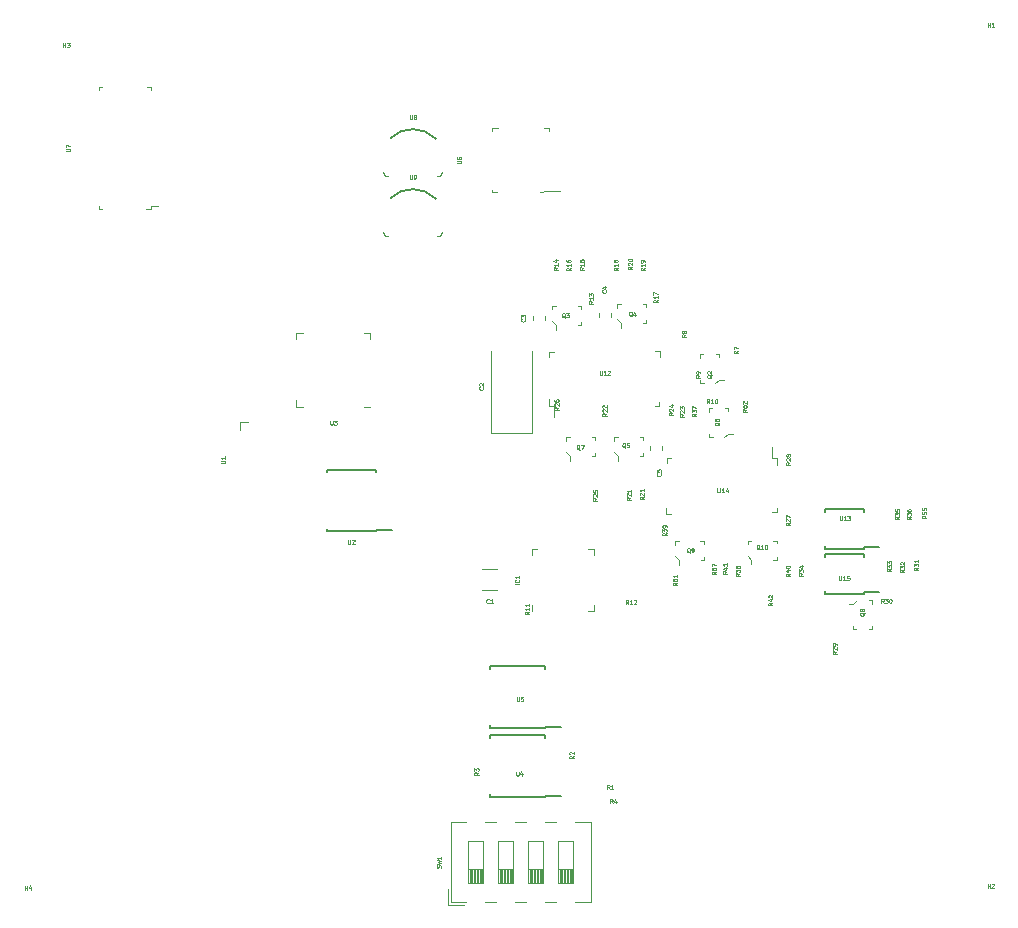
<source format=gbr>
G04 #@! TF.GenerationSoftware,KiCad,Pcbnew,(5.0.2)-1*
G04 #@! TF.CreationDate,2019-03-25T23:56:42-07:00*
G04 #@! TF.ProjectId,SwitcheroModule,53776974-6368-4657-926f-4d6f64756c65,rev?*
G04 #@! TF.SameCoordinates,Original*
G04 #@! TF.FileFunction,Legend,Top*
G04 #@! TF.FilePolarity,Positive*
%FSLAX46Y46*%
G04 Gerber Fmt 4.6, Leading zero omitted, Abs format (unit mm)*
G04 Created by KiCad (PCBNEW (5.0.2)-1) date 3/25/2019 11:56:42 PM*
%MOMM*%
%LPD*%
G01*
G04 APERTURE LIST*
%ADD10C,0.120000*%
%ADD11C,0.150000*%
%ADD12C,0.100000*%
%ADD13C,0.062500*%
G04 APERTURE END LIST*
D10*
G04 #@! TO.C,U3*
X198358500Y-44626000D02*
X198358500Y-44081000D01*
X198358500Y-44081000D02*
X197813500Y-44081000D01*
X192088500Y-44626000D02*
X192088500Y-44081000D01*
X192088500Y-44081000D02*
X192633500Y-44081000D01*
X192088500Y-49806000D02*
X192088500Y-50351000D01*
X192088500Y-50351000D02*
X192633500Y-50351000D01*
X198358500Y-50351000D02*
X197813500Y-50351000D01*
D11*
G04 #@! TO.C,U4*
X213145000Y-83397000D02*
X213145000Y-83272000D01*
X208495000Y-83397000D02*
X208495000Y-83172000D01*
X208495000Y-78147000D02*
X208495000Y-78372000D01*
X213145000Y-78147000D02*
X213145000Y-78372000D01*
X213145000Y-83397000D02*
X208495000Y-83397000D01*
X213145000Y-78147000D02*
X208495000Y-78147000D01*
X213145000Y-83272000D02*
X214495000Y-83272000D01*
D10*
G04 #@! TO.C,C3*
X212088000Y-42627733D02*
X212088000Y-42970267D01*
X213108000Y-42627733D02*
X213108000Y-42970267D01*
G04 #@! TO.C,C4*
X218696000Y-42373733D02*
X218696000Y-42716267D01*
X217676000Y-42373733D02*
X217676000Y-42716267D01*
G04 #@! TO.C,C5*
X221994000Y-53676733D02*
X221994000Y-54019267D01*
X223014000Y-53676733D02*
X223014000Y-54019267D01*
D11*
G04 #@! TO.C,U2*
X198798000Y-60868000D02*
X198798000Y-60818000D01*
X194648000Y-60868000D02*
X194648000Y-60723000D01*
X194648000Y-55718000D02*
X194648000Y-55863000D01*
X198798000Y-55718000D02*
X198798000Y-55863000D01*
X198798000Y-60868000D02*
X194648000Y-60868000D01*
X198798000Y-55718000D02*
X194648000Y-55718000D01*
X198798000Y-60818000D02*
X200198000Y-60818000D01*
D12*
G04 #@! TO.C,Q2*
X227551000Y-48342000D02*
X227876000Y-48042000D01*
X227876000Y-48042000D02*
X228276000Y-48042000D01*
X226276000Y-48042000D02*
X226276000Y-48342000D01*
X226276000Y-48342000D02*
X226576000Y-48342000D01*
X227876000Y-46167000D02*
X227876000Y-45892000D01*
X227876000Y-45892000D02*
X227626000Y-45892000D01*
X226276000Y-46192000D02*
X226276000Y-45892000D01*
X226276000Y-45892000D02*
X226501000Y-45892000D01*
D10*
G04 #@! TO.C,U1*
X187349500Y-52296000D02*
X187349500Y-51661000D01*
X187349500Y-51661000D02*
X187984500Y-51661000D01*
D11*
G04 #@! TO.C,U5*
X213145000Y-77555000D02*
X213145000Y-77430000D01*
X208495000Y-77555000D02*
X208495000Y-77330000D01*
X208495000Y-72305000D02*
X208495000Y-72530000D01*
X213145000Y-72305000D02*
X213145000Y-72530000D01*
X213145000Y-77555000D02*
X208495000Y-77555000D01*
X213145000Y-72305000D02*
X208495000Y-72305000D01*
X213145000Y-77430000D02*
X214495000Y-77430000D01*
G04 #@! TO.C,U13*
X240181000Y-62206000D02*
X241431000Y-62206000D01*
X240181000Y-59031000D02*
X236831000Y-59031000D01*
X240181000Y-62381000D02*
X236831000Y-62381000D01*
X240181000Y-59031000D02*
X240181000Y-59281000D01*
X236831000Y-59031000D02*
X236831000Y-59281000D01*
X236831000Y-62381000D02*
X236831000Y-62131000D01*
X240181000Y-62381000D02*
X240181000Y-62206000D01*
D10*
G04 #@! TO.C,SW1*
X205154000Y-92310000D02*
X205154000Y-85490000D01*
X216994000Y-92310000D02*
X216994000Y-85490000D01*
X205154000Y-92310000D02*
X206464000Y-92310000D01*
X208064000Y-92310000D02*
X209004000Y-92310000D01*
X210604000Y-92310000D02*
X211544000Y-92310000D01*
X213144000Y-92310000D02*
X214084000Y-92310000D01*
X215684000Y-92310000D02*
X216994000Y-92310000D01*
X215684000Y-85490000D02*
X216994000Y-85490000D01*
X213144000Y-85490000D02*
X214084000Y-85490000D01*
X210604000Y-85490000D02*
X211544000Y-85490000D01*
X205154000Y-85490000D02*
X206464000Y-85490000D01*
X208064000Y-85490000D02*
X209004000Y-85490000D01*
X204914000Y-92550000D02*
X204914000Y-91167000D01*
X204914000Y-92550000D02*
X206297000Y-92550000D01*
X206629000Y-90710000D02*
X207899000Y-90710000D01*
X207899000Y-90710000D02*
X207899000Y-87090000D01*
X207899000Y-87090000D02*
X206629000Y-87090000D01*
X206629000Y-87090000D02*
X206629000Y-90710000D01*
X206749000Y-90710000D02*
X206749000Y-89503333D01*
X206869000Y-90710000D02*
X206869000Y-89503333D01*
X206989000Y-90710000D02*
X206989000Y-89503333D01*
X207109000Y-90710000D02*
X207109000Y-89503333D01*
X207229000Y-90710000D02*
X207229000Y-89503333D01*
X207349000Y-90710000D02*
X207349000Y-89503333D01*
X207469000Y-90710000D02*
X207469000Y-89503333D01*
X207589000Y-90710000D02*
X207589000Y-89503333D01*
X207709000Y-90710000D02*
X207709000Y-89503333D01*
X207829000Y-90710000D02*
X207829000Y-89503333D01*
X206629000Y-89503333D02*
X207899000Y-89503333D01*
X209169000Y-90710000D02*
X210439000Y-90710000D01*
X210439000Y-90710000D02*
X210439000Y-87090000D01*
X210439000Y-87090000D02*
X209169000Y-87090000D01*
X209169000Y-87090000D02*
X209169000Y-90710000D01*
X209289000Y-90710000D02*
X209289000Y-89503333D01*
X209409000Y-90710000D02*
X209409000Y-89503333D01*
X209529000Y-90710000D02*
X209529000Y-89503333D01*
X209649000Y-90710000D02*
X209649000Y-89503333D01*
X209769000Y-90710000D02*
X209769000Y-89503333D01*
X209889000Y-90710000D02*
X209889000Y-89503333D01*
X210009000Y-90710000D02*
X210009000Y-89503333D01*
X210129000Y-90710000D02*
X210129000Y-89503333D01*
X210249000Y-90710000D02*
X210249000Y-89503333D01*
X210369000Y-90710000D02*
X210369000Y-89503333D01*
X209169000Y-89503333D02*
X210439000Y-89503333D01*
X211709000Y-90710000D02*
X212979000Y-90710000D01*
X212979000Y-90710000D02*
X212979000Y-87090000D01*
X212979000Y-87090000D02*
X211709000Y-87090000D01*
X211709000Y-87090000D02*
X211709000Y-90710000D01*
X211829000Y-90710000D02*
X211829000Y-89503333D01*
X211949000Y-90710000D02*
X211949000Y-89503333D01*
X212069000Y-90710000D02*
X212069000Y-89503333D01*
X212189000Y-90710000D02*
X212189000Y-89503333D01*
X212309000Y-90710000D02*
X212309000Y-89503333D01*
X212429000Y-90710000D02*
X212429000Y-89503333D01*
X212549000Y-90710000D02*
X212549000Y-89503333D01*
X212669000Y-90710000D02*
X212669000Y-89503333D01*
X212789000Y-90710000D02*
X212789000Y-89503333D01*
X212909000Y-90710000D02*
X212909000Y-89503333D01*
X211709000Y-89503333D02*
X212979000Y-89503333D01*
X214249000Y-90710000D02*
X215519000Y-90710000D01*
X215519000Y-90710000D02*
X215519000Y-87090000D01*
X215519000Y-87090000D02*
X214249000Y-87090000D01*
X214249000Y-87090000D02*
X214249000Y-90710000D01*
X214369000Y-90710000D02*
X214369000Y-89503333D01*
X214489000Y-90710000D02*
X214489000Y-89503333D01*
X214609000Y-90710000D02*
X214609000Y-89503333D01*
X214729000Y-90710000D02*
X214729000Y-89503333D01*
X214849000Y-90710000D02*
X214849000Y-89503333D01*
X214969000Y-90710000D02*
X214969000Y-89503333D01*
X215089000Y-90710000D02*
X215089000Y-89503333D01*
X215209000Y-90710000D02*
X215209000Y-89503333D01*
X215329000Y-90710000D02*
X215329000Y-89503333D01*
X215449000Y-90710000D02*
X215449000Y-89503333D01*
X214249000Y-89503333D02*
X215519000Y-89503333D01*
D12*
G04 #@! TO.C,Q5*
X221443000Y-52921000D02*
X221443000Y-53146000D01*
X221143000Y-52921000D02*
X221443000Y-52921000D01*
X221443000Y-54521000D02*
X221443000Y-54271000D01*
X221168000Y-54521000D02*
X221443000Y-54521000D01*
X218993000Y-52921000D02*
X218993000Y-53221000D01*
X219293000Y-52921000D02*
X218993000Y-52921000D01*
X219293000Y-54521000D02*
X219293000Y-54921000D01*
X218993000Y-54196000D02*
X219293000Y-54521000D01*
G04 #@! TO.C,Q4*
X219247000Y-42958531D02*
X219547000Y-43283531D01*
X219547000Y-43283531D02*
X219547000Y-43683531D01*
X219547000Y-41683531D02*
X219247000Y-41683531D01*
X219247000Y-41683531D02*
X219247000Y-41983531D01*
X221422000Y-43283531D02*
X221697000Y-43283531D01*
X221697000Y-43283531D02*
X221697000Y-43033531D01*
X221397000Y-41683531D02*
X221697000Y-41683531D01*
X221697000Y-41683531D02*
X221697000Y-41908531D01*
G04 #@! TO.C,U8*
X199580000Y-30810000D02*
X199430000Y-30510000D01*
X199880000Y-30810000D02*
X199580000Y-30810000D01*
X204280000Y-30810000D02*
X203980000Y-30810000D01*
X204280000Y-30810000D02*
X204430000Y-30510000D01*
D11*
X203880000Y-27660000D02*
G75*
G03X200030000Y-27610000I-1950000J-1900000D01*
G01*
G04 #@! TO.C,U9*
X203880000Y-32740000D02*
G75*
G03X200030000Y-32690000I-1950000J-1900000D01*
G01*
D12*
X204280000Y-35890000D02*
X204430000Y-35590000D01*
X204280000Y-35890000D02*
X203980000Y-35890000D01*
X199880000Y-35890000D02*
X199580000Y-35890000D01*
X199580000Y-35890000D02*
X199430000Y-35590000D01*
G04 #@! TO.C,U6*
X212674000Y-32164000D02*
X212974000Y-32164000D01*
X212974000Y-32164000D02*
X213074000Y-32064000D01*
X213074000Y-32064000D02*
X214374000Y-32064000D01*
X213474000Y-26964000D02*
X213474000Y-26764000D01*
X213474000Y-26764000D02*
X213074000Y-26764000D01*
X208674000Y-31964000D02*
X208674000Y-32164000D01*
X208674000Y-32164000D02*
X209074000Y-32164000D01*
X208674000Y-26864000D02*
X208674000Y-26964000D01*
X208674000Y-26964000D02*
X208674000Y-26764000D01*
X208674000Y-26764000D02*
X209174000Y-26764000D01*
G04 #@! TO.C,U14*
X232392000Y-54690000D02*
X232392000Y-53790000D01*
X232792000Y-54690000D02*
X232392000Y-54690000D01*
X232792000Y-55290000D02*
X232792000Y-54690000D01*
X232792000Y-59290000D02*
X232792000Y-58890000D01*
X232392000Y-59290000D02*
X232792000Y-59290000D01*
X223392000Y-59390000D02*
X223392000Y-58890000D01*
X223792000Y-59390000D02*
X223392000Y-59390000D01*
X223492000Y-54690000D02*
X223492000Y-55090000D01*
X223792000Y-54690000D02*
X223492000Y-54690000D01*
G04 #@! TO.C,Q9*
X224148277Y-62998484D02*
X224448277Y-63323484D01*
X224448277Y-63323484D02*
X224448277Y-63723484D01*
X224448277Y-61723484D02*
X224148277Y-61723484D01*
X224148277Y-61723484D02*
X224148277Y-62023484D01*
X226323277Y-63323484D02*
X226598277Y-63323484D01*
X226598277Y-63323484D02*
X226598277Y-63073484D01*
X226298277Y-61723484D02*
X226598277Y-61723484D01*
X226598277Y-61723484D02*
X226598277Y-61948484D01*
G04 #@! TO.C,U7*
X175346000Y-23248000D02*
X175646000Y-23248000D01*
X175346000Y-23248000D02*
X175346000Y-23548000D01*
X175346000Y-33648000D02*
X175646000Y-33648000D01*
X179746000Y-23548000D02*
X179746000Y-23248000D01*
X179746000Y-23248000D02*
X179446000Y-23248000D01*
X179346000Y-33648000D02*
X179746000Y-33648000D01*
X179746000Y-33648000D02*
X179746000Y-33348000D01*
X179746000Y-33348000D02*
X180346000Y-33348000D01*
X175346000Y-33348000D02*
X175346000Y-33648000D01*
G04 #@! TO.C,Q3*
X216209456Y-41810531D02*
X216209456Y-42035531D01*
X215909456Y-41810531D02*
X216209456Y-41810531D01*
X216209456Y-43410531D02*
X216209456Y-43160531D01*
X215934456Y-43410531D02*
X216209456Y-43410531D01*
X213759456Y-41810531D02*
X213759456Y-42110531D01*
X214059456Y-41810531D02*
X213759456Y-41810531D01*
X214059456Y-43410531D02*
X214059456Y-43810531D01*
X213759456Y-43085531D02*
X214059456Y-43410531D01*
G04 #@! TO.C,Q8*
X240830000Y-69170000D02*
X240605000Y-69170000D01*
X240830000Y-68870000D02*
X240830000Y-69170000D01*
X239230000Y-69170000D02*
X239480000Y-69170000D01*
X239230000Y-68895000D02*
X239230000Y-69170000D01*
X240830000Y-66720000D02*
X240530000Y-66720000D01*
X240830000Y-67020000D02*
X240830000Y-66720000D01*
X239230000Y-67020000D02*
X238830000Y-67020000D01*
X239555000Y-66720000D02*
X239230000Y-67020000D01*
G04 #@! TO.C,Q7*
X214929000Y-54196000D02*
X215229000Y-54521000D01*
X215229000Y-54521000D02*
X215229000Y-54921000D01*
X215229000Y-52921000D02*
X214929000Y-52921000D01*
X214929000Y-52921000D02*
X214929000Y-53221000D01*
X217104000Y-54521000D02*
X217379000Y-54521000D01*
X217379000Y-54521000D02*
X217379000Y-54271000D01*
X217079000Y-52921000D02*
X217379000Y-52921000D01*
X217379000Y-52921000D02*
X217379000Y-53146000D01*
G04 #@! TO.C,Q6*
X227038000Y-50464000D02*
X227263000Y-50464000D01*
X227038000Y-50764000D02*
X227038000Y-50464000D01*
X228638000Y-50464000D02*
X228388000Y-50464000D01*
X228638000Y-50739000D02*
X228638000Y-50464000D01*
X227038000Y-52914000D02*
X227338000Y-52914000D01*
X227038000Y-52614000D02*
X227038000Y-52914000D01*
X228638000Y-52614000D02*
X229038000Y-52614000D01*
X228313000Y-52914000D02*
X228638000Y-52614000D01*
G04 #@! TO.C,U12*
X222486000Y-50306000D02*
X222786000Y-50306000D01*
X222786000Y-50306000D02*
X222786000Y-49906000D01*
X222486000Y-45606000D02*
X222886000Y-45606000D01*
X222886000Y-45606000D02*
X222886000Y-46106000D01*
X213886000Y-45706000D02*
X213486000Y-45706000D01*
X213486000Y-45706000D02*
X213486000Y-46106000D01*
X213486000Y-49706000D02*
X213486000Y-50306000D01*
X213486000Y-50306000D02*
X213886000Y-50306000D01*
X213886000Y-50306000D02*
X213886000Y-51206000D01*
D10*
G04 #@! TO.C,C2*
X208602000Y-45631000D02*
X208602000Y-52566000D01*
X208602000Y-52566000D02*
X212022000Y-52566000D01*
X212022000Y-52566000D02*
X212022000Y-45631000D01*
G04 #@! TO.C,C1*
X209033564Y-65906000D02*
X207829436Y-65906000D01*
X209033564Y-64086000D02*
X207829436Y-64086000D01*
G04 #@! TO.C,IC1*
X212020000Y-62889000D02*
X212020000Y-62414000D01*
X212020000Y-62414000D02*
X212495000Y-62414000D01*
X217240000Y-67159000D02*
X217240000Y-67634000D01*
X217240000Y-67634000D02*
X216765000Y-67634000D01*
X217240000Y-62889000D02*
X217240000Y-62414000D01*
X217240000Y-62414000D02*
X216765000Y-62414000D01*
X212020000Y-67159000D02*
X212020000Y-67634000D01*
D11*
G04 #@! TO.C,U15*
X240181000Y-66191000D02*
X240181000Y-66016000D01*
X236831000Y-66191000D02*
X236831000Y-65941000D01*
X236831000Y-62841000D02*
X236831000Y-63091000D01*
X240181000Y-62841000D02*
X240181000Y-63091000D01*
X240181000Y-66191000D02*
X236831000Y-66191000D01*
X240181000Y-62841000D02*
X236831000Y-62841000D01*
X240181000Y-66016000D02*
X241431000Y-66016000D01*
D12*
G04 #@! TO.C,Q10*
X230296000Y-62959000D02*
X230596000Y-63284000D01*
X230596000Y-63284000D02*
X230596000Y-63684000D01*
X230596000Y-61684000D02*
X230296000Y-61684000D01*
X230296000Y-61684000D02*
X230296000Y-61984000D01*
X232471000Y-63284000D02*
X232746000Y-63284000D01*
X232746000Y-63284000D02*
X232746000Y-63034000D01*
X232446000Y-61684000D02*
X232746000Y-61684000D01*
X232746000Y-61684000D02*
X232746000Y-61909000D01*
G04 #@! TO.C,U3*
D13*
X194956833Y-51524333D02*
X194956833Y-51807666D01*
X194973500Y-51841000D01*
X194990166Y-51857666D01*
X195023500Y-51874333D01*
X195090166Y-51874333D01*
X195123500Y-51857666D01*
X195140166Y-51841000D01*
X195156833Y-51807666D01*
X195156833Y-51524333D01*
X195290166Y-51524333D02*
X195506833Y-51524333D01*
X195390166Y-51657666D01*
X195440166Y-51657666D01*
X195473500Y-51674333D01*
X195490166Y-51691000D01*
X195506833Y-51724333D01*
X195506833Y-51807666D01*
X195490166Y-51841000D01*
X195473500Y-51857666D01*
X195440166Y-51874333D01*
X195340166Y-51874333D01*
X195306833Y-51857666D01*
X195290166Y-51841000D01*
G04 #@! TO.C,U4*
X210705733Y-81240733D02*
X210705733Y-81524066D01*
X210722400Y-81557400D01*
X210739066Y-81574066D01*
X210772400Y-81590733D01*
X210839066Y-81590733D01*
X210872400Y-81574066D01*
X210889066Y-81557400D01*
X210905733Y-81524066D01*
X210905733Y-81240733D01*
X211222400Y-81357400D02*
X211222400Y-81590733D01*
X211139066Y-81224066D02*
X211055733Y-81474066D01*
X211272400Y-81474066D01*
G04 #@! TO.C,C3*
X211427600Y-42920833D02*
X211444266Y-42937500D01*
X211460933Y-42987500D01*
X211460933Y-43020833D01*
X211444266Y-43070833D01*
X211410933Y-43104166D01*
X211377600Y-43120833D01*
X211310933Y-43137500D01*
X211260933Y-43137500D01*
X211194266Y-43120833D01*
X211160933Y-43104166D01*
X211127600Y-43070833D01*
X211110933Y-43020833D01*
X211110933Y-42987500D01*
X211127600Y-42937500D01*
X211144266Y-42920833D01*
X211110933Y-42804166D02*
X211110933Y-42587500D01*
X211244266Y-42704166D01*
X211244266Y-42654166D01*
X211260933Y-42620833D01*
X211277600Y-42604166D01*
X211310933Y-42587500D01*
X211394266Y-42587500D01*
X211427600Y-42604166D01*
X211444266Y-42620833D01*
X211460933Y-42654166D01*
X211460933Y-42754166D01*
X211444266Y-42787500D01*
X211427600Y-42804166D01*
G04 #@! TO.C,C4*
X218285600Y-40482433D02*
X218302266Y-40499100D01*
X218318933Y-40549100D01*
X218318933Y-40582433D01*
X218302266Y-40632433D01*
X218268933Y-40665766D01*
X218235600Y-40682433D01*
X218168933Y-40699100D01*
X218118933Y-40699100D01*
X218052266Y-40682433D01*
X218018933Y-40665766D01*
X217985600Y-40632433D01*
X217968933Y-40582433D01*
X217968933Y-40549100D01*
X217985600Y-40499100D01*
X218002266Y-40482433D01*
X218085600Y-40182433D02*
X218318933Y-40182433D01*
X217952266Y-40265766D02*
X218202266Y-40349100D01*
X218202266Y-40132433D01*
G04 #@! TO.C,C5*
X222921100Y-55989133D02*
X222937766Y-56005800D01*
X222954433Y-56055800D01*
X222954433Y-56089133D01*
X222937766Y-56139133D01*
X222904433Y-56172466D01*
X222871100Y-56189133D01*
X222804433Y-56205800D01*
X222754433Y-56205800D01*
X222687766Y-56189133D01*
X222654433Y-56172466D01*
X222621100Y-56139133D01*
X222604433Y-56089133D01*
X222604433Y-56055800D01*
X222621100Y-56005800D01*
X222637766Y-55989133D01*
X222604433Y-55672466D02*
X222604433Y-55839133D01*
X222771100Y-55855800D01*
X222754433Y-55839133D01*
X222737766Y-55805800D01*
X222737766Y-55722466D01*
X222754433Y-55689133D01*
X222771100Y-55672466D01*
X222804433Y-55655800D01*
X222887766Y-55655800D01*
X222921100Y-55672466D01*
X222937766Y-55689133D01*
X222954433Y-55722466D01*
X222954433Y-55805800D01*
X222937766Y-55839133D01*
X222921100Y-55855800D01*
G04 #@! TO.C,H1*
X250598333Y-18176333D02*
X250598333Y-17826333D01*
X250598333Y-17993000D02*
X250798333Y-17993000D01*
X250798333Y-18176333D02*
X250798333Y-17826333D01*
X251148333Y-18176333D02*
X250948333Y-18176333D01*
X251048333Y-18176333D02*
X251048333Y-17826333D01*
X251015000Y-17876333D01*
X250981666Y-17909666D01*
X250948333Y-17926333D01*
G04 #@! TO.C,H4*
X169075133Y-91247933D02*
X169075133Y-90897933D01*
X169075133Y-91064600D02*
X169275133Y-91064600D01*
X169275133Y-91247933D02*
X169275133Y-90897933D01*
X169591800Y-91014600D02*
X169591800Y-91247933D01*
X169508466Y-90881266D02*
X169425133Y-91131266D01*
X169641800Y-91131266D01*
G04 #@! TO.C,R2*
X215550333Y-79903233D02*
X215383666Y-80019900D01*
X215550333Y-80103233D02*
X215200333Y-80103233D01*
X215200333Y-79969900D01*
X215217000Y-79936566D01*
X215233666Y-79919900D01*
X215267000Y-79903233D01*
X215317000Y-79903233D01*
X215350333Y-79919900D01*
X215367000Y-79936566D01*
X215383666Y-79969900D01*
X215383666Y-80103233D01*
X215233666Y-79769900D02*
X215217000Y-79753233D01*
X215200333Y-79719900D01*
X215200333Y-79636566D01*
X215217000Y-79603233D01*
X215233666Y-79586566D01*
X215267000Y-79569900D01*
X215300333Y-79569900D01*
X215350333Y-79586566D01*
X215550333Y-79786566D01*
X215550333Y-79569900D01*
G04 #@! TO.C,R9*
X226245333Y-47683333D02*
X226078666Y-47800000D01*
X226245333Y-47883333D02*
X225895333Y-47883333D01*
X225895333Y-47750000D01*
X225912000Y-47716666D01*
X225928666Y-47700000D01*
X225962000Y-47683333D01*
X226012000Y-47683333D01*
X226045333Y-47700000D01*
X226062000Y-47716666D01*
X226078666Y-47750000D01*
X226078666Y-47883333D01*
X226245333Y-47516666D02*
X226245333Y-47450000D01*
X226228666Y-47416666D01*
X226212000Y-47400000D01*
X226162000Y-47366666D01*
X226095333Y-47350000D01*
X225962000Y-47350000D01*
X225928666Y-47366666D01*
X225912000Y-47383333D01*
X225895333Y-47416666D01*
X225895333Y-47483333D01*
X225912000Y-47516666D01*
X225928666Y-47533333D01*
X225962000Y-47550000D01*
X226045333Y-47550000D01*
X226078666Y-47533333D01*
X226095333Y-47516666D01*
X226112000Y-47483333D01*
X226112000Y-47416666D01*
X226095333Y-47383333D01*
X226078666Y-47366666D01*
X226045333Y-47350000D01*
G04 #@! TO.C,R3*
X207511233Y-81300233D02*
X207344566Y-81416900D01*
X207511233Y-81500233D02*
X207161233Y-81500233D01*
X207161233Y-81366900D01*
X207177900Y-81333566D01*
X207194566Y-81316900D01*
X207227900Y-81300233D01*
X207277900Y-81300233D01*
X207311233Y-81316900D01*
X207327900Y-81333566D01*
X207344566Y-81366900D01*
X207344566Y-81500233D01*
X207161233Y-81183566D02*
X207161233Y-80966900D01*
X207294566Y-81083566D01*
X207294566Y-81033566D01*
X207311233Y-81000233D01*
X207327900Y-80983566D01*
X207361233Y-80966900D01*
X207444566Y-80966900D01*
X207477900Y-80983566D01*
X207494566Y-81000233D01*
X207511233Y-81033566D01*
X207511233Y-81133566D01*
X207494566Y-81166900D01*
X207477900Y-81183566D01*
G04 #@! TO.C,R7*
X229444133Y-45613233D02*
X229277466Y-45729900D01*
X229444133Y-45813233D02*
X229094133Y-45813233D01*
X229094133Y-45679900D01*
X229110800Y-45646566D01*
X229127466Y-45629900D01*
X229160800Y-45613233D01*
X229210800Y-45613233D01*
X229244133Y-45629900D01*
X229260800Y-45646566D01*
X229277466Y-45679900D01*
X229277466Y-45813233D01*
X229094133Y-45496566D02*
X229094133Y-45263233D01*
X229444133Y-45413233D01*
G04 #@! TO.C,R4*
X218864266Y-83927533D02*
X218747600Y-83760866D01*
X218664266Y-83927533D02*
X218664266Y-83577533D01*
X218797600Y-83577533D01*
X218830933Y-83594200D01*
X218847600Y-83610866D01*
X218864266Y-83644200D01*
X218864266Y-83694200D01*
X218847600Y-83727533D01*
X218830933Y-83744200D01*
X218797600Y-83760866D01*
X218664266Y-83760866D01*
X219164266Y-83694200D02*
X219164266Y-83927533D01*
X219080933Y-83560866D02*
X218997600Y-83810866D01*
X219214266Y-83810866D01*
G04 #@! TO.C,H2*
X250598333Y-91074333D02*
X250598333Y-90724333D01*
X250598333Y-90891000D02*
X250798333Y-90891000D01*
X250798333Y-91074333D02*
X250798333Y-90724333D01*
X250948333Y-90757666D02*
X250965000Y-90741000D01*
X250998333Y-90724333D01*
X251081666Y-90724333D01*
X251115000Y-90741000D01*
X251131666Y-90757666D01*
X251148333Y-90791000D01*
X251148333Y-90824333D01*
X251131666Y-90874333D01*
X250931666Y-91074333D01*
X251148333Y-91074333D01*
G04 #@! TO.C,R21*
X220389033Y-58022700D02*
X220222366Y-58139366D01*
X220389033Y-58222700D02*
X220039033Y-58222700D01*
X220039033Y-58089366D01*
X220055700Y-58056033D01*
X220072366Y-58039366D01*
X220105700Y-58022700D01*
X220155700Y-58022700D01*
X220189033Y-58039366D01*
X220205700Y-58056033D01*
X220222366Y-58089366D01*
X220222366Y-58222700D01*
X220072366Y-57889366D02*
X220055700Y-57872700D01*
X220039033Y-57839366D01*
X220039033Y-57756033D01*
X220055700Y-57722700D01*
X220072366Y-57706033D01*
X220105700Y-57689366D01*
X220139033Y-57689366D01*
X220189033Y-57706033D01*
X220389033Y-57906033D01*
X220389033Y-57689366D01*
X220389033Y-57356033D02*
X220389033Y-57556033D01*
X220389033Y-57456033D02*
X220039033Y-57456033D01*
X220089033Y-57489366D01*
X220122366Y-57522700D01*
X220139033Y-57556033D01*
G04 #@! TO.C,H3*
X172328233Y-19911033D02*
X172328233Y-19561033D01*
X172328233Y-19727700D02*
X172528233Y-19727700D01*
X172528233Y-19911033D02*
X172528233Y-19561033D01*
X172661566Y-19561033D02*
X172878233Y-19561033D01*
X172761566Y-19694366D01*
X172811566Y-19694366D01*
X172844900Y-19711033D01*
X172861566Y-19727700D01*
X172878233Y-19761033D01*
X172878233Y-19844366D01*
X172861566Y-19877700D01*
X172844900Y-19894366D01*
X172811566Y-19911033D01*
X172711566Y-19911033D01*
X172678233Y-19894366D01*
X172661566Y-19877700D01*
G04 #@! TO.C,R10*
X227054200Y-50056633D02*
X226937533Y-49889966D01*
X226854200Y-50056633D02*
X226854200Y-49706633D01*
X226987533Y-49706633D01*
X227020866Y-49723300D01*
X227037533Y-49739966D01*
X227054200Y-49773300D01*
X227054200Y-49823300D01*
X227037533Y-49856633D01*
X227020866Y-49873300D01*
X226987533Y-49889966D01*
X226854200Y-49889966D01*
X227387533Y-50056633D02*
X227187533Y-50056633D01*
X227287533Y-50056633D02*
X227287533Y-49706633D01*
X227254200Y-49756633D01*
X227220866Y-49789966D01*
X227187533Y-49806633D01*
X227604200Y-49706633D02*
X227637533Y-49706633D01*
X227670866Y-49723300D01*
X227687533Y-49739966D01*
X227704200Y-49773300D01*
X227720866Y-49839966D01*
X227720866Y-49923300D01*
X227704200Y-49989966D01*
X227687533Y-50023300D01*
X227670866Y-50039966D01*
X227637533Y-50056633D01*
X227604200Y-50056633D01*
X227570866Y-50039966D01*
X227554200Y-50023300D01*
X227537533Y-49989966D01*
X227520866Y-49923300D01*
X227520866Y-49839966D01*
X227537533Y-49773300D01*
X227554200Y-49739966D01*
X227570866Y-49723300D01*
X227604200Y-49706633D01*
G04 #@! TO.C,R11*
X211816533Y-67687400D02*
X211649866Y-67804066D01*
X211816533Y-67887400D02*
X211466533Y-67887400D01*
X211466533Y-67754066D01*
X211483200Y-67720733D01*
X211499866Y-67704066D01*
X211533200Y-67687400D01*
X211583200Y-67687400D01*
X211616533Y-67704066D01*
X211633200Y-67720733D01*
X211649866Y-67754066D01*
X211649866Y-67887400D01*
X211816533Y-67354066D02*
X211816533Y-67554066D01*
X211816533Y-67454066D02*
X211466533Y-67454066D01*
X211516533Y-67487400D01*
X211549866Y-67520733D01*
X211566533Y-67554066D01*
X211816533Y-67020733D02*
X211816533Y-67220733D01*
X211816533Y-67120733D02*
X211466533Y-67120733D01*
X211516533Y-67154066D01*
X211549866Y-67187400D01*
X211566533Y-67220733D01*
G04 #@! TO.C,U2*
X196456333Y-61601333D02*
X196456333Y-61884666D01*
X196473000Y-61918000D01*
X196489666Y-61934666D01*
X196523000Y-61951333D01*
X196589666Y-61951333D01*
X196623000Y-61934666D01*
X196639666Y-61918000D01*
X196656333Y-61884666D01*
X196656333Y-61601333D01*
X196806333Y-61634666D02*
X196823000Y-61618000D01*
X196856333Y-61601333D01*
X196939666Y-61601333D01*
X196973000Y-61618000D01*
X196989666Y-61634666D01*
X197006333Y-61668000D01*
X197006333Y-61701333D01*
X196989666Y-61751333D01*
X196789666Y-61951333D01*
X197006333Y-61951333D01*
G04 #@! TO.C,R14*
X214204133Y-38540900D02*
X214037466Y-38657566D01*
X214204133Y-38740900D02*
X213854133Y-38740900D01*
X213854133Y-38607566D01*
X213870800Y-38574233D01*
X213887466Y-38557566D01*
X213920800Y-38540900D01*
X213970800Y-38540900D01*
X214004133Y-38557566D01*
X214020800Y-38574233D01*
X214037466Y-38607566D01*
X214037466Y-38740900D01*
X214204133Y-38207566D02*
X214204133Y-38407566D01*
X214204133Y-38307566D02*
X213854133Y-38307566D01*
X213904133Y-38340900D01*
X213937466Y-38374233D01*
X213954133Y-38407566D01*
X213970800Y-37907566D02*
X214204133Y-37907566D01*
X213837466Y-37990900D02*
X214087466Y-38074233D01*
X214087466Y-37857566D01*
G04 #@! TO.C,Q2*
X227242266Y-47658333D02*
X227225600Y-47691666D01*
X227192266Y-47725000D01*
X227142266Y-47775000D01*
X227125600Y-47808333D01*
X227125600Y-47841666D01*
X227208933Y-47825000D02*
X227192266Y-47858333D01*
X227158933Y-47891666D01*
X227092266Y-47908333D01*
X226975600Y-47908333D01*
X226908933Y-47891666D01*
X226875600Y-47858333D01*
X226858933Y-47825000D01*
X226858933Y-47758333D01*
X226875600Y-47725000D01*
X226908933Y-47691666D01*
X226975600Y-47675000D01*
X227092266Y-47675000D01*
X227158933Y-47691666D01*
X227192266Y-47725000D01*
X227208933Y-47758333D01*
X227208933Y-47825000D01*
X226892266Y-47541666D02*
X226875600Y-47525000D01*
X226858933Y-47491666D01*
X226858933Y-47408333D01*
X226875600Y-47375000D01*
X226892266Y-47358333D01*
X226925600Y-47341666D01*
X226958933Y-47341666D01*
X227008933Y-47358333D01*
X227208933Y-47558333D01*
X227208933Y-47341666D01*
G04 #@! TO.C,U1*
X185727833Y-55102666D02*
X186011166Y-55102666D01*
X186044500Y-55086000D01*
X186061166Y-55069333D01*
X186077833Y-55036000D01*
X186077833Y-54969333D01*
X186061166Y-54936000D01*
X186044500Y-54919333D01*
X186011166Y-54902666D01*
X185727833Y-54902666D01*
X186077833Y-54552666D02*
X186077833Y-54752666D01*
X186077833Y-54652666D02*
X185727833Y-54652666D01*
X185777833Y-54686000D01*
X185811166Y-54719333D01*
X185827833Y-54752666D01*
G04 #@! TO.C,U5*
X210731133Y-74903433D02*
X210731133Y-75186766D01*
X210747800Y-75220100D01*
X210764466Y-75236766D01*
X210797800Y-75253433D01*
X210864466Y-75253433D01*
X210897800Y-75236766D01*
X210914466Y-75220100D01*
X210931133Y-75186766D01*
X210931133Y-74903433D01*
X211264466Y-74903433D02*
X211097800Y-74903433D01*
X211081133Y-75070100D01*
X211097800Y-75053433D01*
X211131133Y-75036766D01*
X211214466Y-75036766D01*
X211247800Y-75053433D01*
X211264466Y-75070100D01*
X211281133Y-75103433D01*
X211281133Y-75186766D01*
X211264466Y-75220100D01*
X211247800Y-75236766D01*
X211214466Y-75253433D01*
X211131133Y-75253433D01*
X211097800Y-75236766D01*
X211081133Y-75220100D01*
G04 #@! TO.C,R57*
X227589933Y-64321900D02*
X227423266Y-64438566D01*
X227589933Y-64521900D02*
X227239933Y-64521900D01*
X227239933Y-64388566D01*
X227256600Y-64355233D01*
X227273266Y-64338566D01*
X227306600Y-64321900D01*
X227356600Y-64321900D01*
X227389933Y-64338566D01*
X227406600Y-64355233D01*
X227423266Y-64388566D01*
X227423266Y-64521900D01*
X227239933Y-64005233D02*
X227239933Y-64171900D01*
X227406600Y-64188566D01*
X227389933Y-64171900D01*
X227373266Y-64138566D01*
X227373266Y-64055233D01*
X227389933Y-64021900D01*
X227406600Y-64005233D01*
X227439933Y-63988566D01*
X227523266Y-63988566D01*
X227556600Y-64005233D01*
X227573266Y-64021900D01*
X227589933Y-64055233D01*
X227589933Y-64138566D01*
X227573266Y-64171900D01*
X227556600Y-64188566D01*
X227239933Y-63871900D02*
X227239933Y-63638566D01*
X227589933Y-63788566D01*
G04 #@! TO.C,R39*
X223424333Y-61045300D02*
X223257666Y-61161966D01*
X223424333Y-61245300D02*
X223074333Y-61245300D01*
X223074333Y-61111966D01*
X223091000Y-61078633D01*
X223107666Y-61061966D01*
X223141000Y-61045300D01*
X223191000Y-61045300D01*
X223224333Y-61061966D01*
X223241000Y-61078633D01*
X223257666Y-61111966D01*
X223257666Y-61245300D01*
X223074333Y-60928633D02*
X223074333Y-60711966D01*
X223207666Y-60828633D01*
X223207666Y-60778633D01*
X223224333Y-60745300D01*
X223241000Y-60728633D01*
X223274333Y-60711966D01*
X223357666Y-60711966D01*
X223391000Y-60728633D01*
X223407666Y-60745300D01*
X223424333Y-60778633D01*
X223424333Y-60878633D01*
X223407666Y-60911966D01*
X223391000Y-60928633D01*
X223424333Y-60545300D02*
X223424333Y-60478633D01*
X223407666Y-60445300D01*
X223391000Y-60428633D01*
X223341000Y-60395300D01*
X223274333Y-60378633D01*
X223141000Y-60378633D01*
X223107666Y-60395300D01*
X223091000Y-60411966D01*
X223074333Y-60445300D01*
X223074333Y-60511966D01*
X223091000Y-60545300D01*
X223107666Y-60561966D01*
X223141000Y-60578633D01*
X223224333Y-60578633D01*
X223257666Y-60561966D01*
X223274333Y-60545300D01*
X223291000Y-60511966D01*
X223291000Y-60445300D01*
X223274333Y-60411966D01*
X223257666Y-60395300D01*
X223224333Y-60378633D01*
G04 #@! TO.C,R36*
X244099933Y-59686400D02*
X243933266Y-59803066D01*
X244099933Y-59886400D02*
X243749933Y-59886400D01*
X243749933Y-59753066D01*
X243766600Y-59719733D01*
X243783266Y-59703066D01*
X243816600Y-59686400D01*
X243866600Y-59686400D01*
X243899933Y-59703066D01*
X243916600Y-59719733D01*
X243933266Y-59753066D01*
X243933266Y-59886400D01*
X243749933Y-59569733D02*
X243749933Y-59353066D01*
X243883266Y-59469733D01*
X243883266Y-59419733D01*
X243899933Y-59386400D01*
X243916600Y-59369733D01*
X243949933Y-59353066D01*
X244033266Y-59353066D01*
X244066600Y-59369733D01*
X244083266Y-59386400D01*
X244099933Y-59419733D01*
X244099933Y-59519733D01*
X244083266Y-59553066D01*
X244066600Y-59569733D01*
X243749933Y-59053066D02*
X243749933Y-59119733D01*
X243766600Y-59153066D01*
X243783266Y-59169733D01*
X243833266Y-59203066D01*
X243899933Y-59219733D01*
X244033266Y-59219733D01*
X244066600Y-59203066D01*
X244083266Y-59186400D01*
X244099933Y-59153066D01*
X244099933Y-59086400D01*
X244083266Y-59053066D01*
X244066600Y-59036400D01*
X244033266Y-59019733D01*
X243949933Y-59019733D01*
X243916600Y-59036400D01*
X243899933Y-59053066D01*
X243883266Y-59086400D01*
X243883266Y-59153066D01*
X243899933Y-59186400D01*
X243916600Y-59203066D01*
X243949933Y-59219733D01*
G04 #@! TO.C,R38*
X229621933Y-64461600D02*
X229455266Y-64578266D01*
X229621933Y-64661600D02*
X229271933Y-64661600D01*
X229271933Y-64528266D01*
X229288600Y-64494933D01*
X229305266Y-64478266D01*
X229338600Y-64461600D01*
X229388600Y-64461600D01*
X229421933Y-64478266D01*
X229438600Y-64494933D01*
X229455266Y-64528266D01*
X229455266Y-64661600D01*
X229271933Y-64344933D02*
X229271933Y-64128266D01*
X229405266Y-64244933D01*
X229405266Y-64194933D01*
X229421933Y-64161600D01*
X229438600Y-64144933D01*
X229471933Y-64128266D01*
X229555266Y-64128266D01*
X229588600Y-64144933D01*
X229605266Y-64161600D01*
X229621933Y-64194933D01*
X229621933Y-64294933D01*
X229605266Y-64328266D01*
X229588600Y-64344933D01*
X229421933Y-63928266D02*
X229405266Y-63961600D01*
X229388600Y-63978266D01*
X229355266Y-63994933D01*
X229338600Y-63994933D01*
X229305266Y-63978266D01*
X229288600Y-63961600D01*
X229271933Y-63928266D01*
X229271933Y-63861600D01*
X229288600Y-63828266D01*
X229305266Y-63811600D01*
X229338600Y-63794933D01*
X229355266Y-63794933D01*
X229388600Y-63811600D01*
X229405266Y-63828266D01*
X229421933Y-63861600D01*
X229421933Y-63928266D01*
X229438600Y-63961600D01*
X229455266Y-63978266D01*
X229488600Y-63994933D01*
X229555266Y-63994933D01*
X229588600Y-63978266D01*
X229605266Y-63961600D01*
X229621933Y-63928266D01*
X229621933Y-63861600D01*
X229605266Y-63828266D01*
X229588600Y-63811600D01*
X229555266Y-63794933D01*
X229488600Y-63794933D01*
X229455266Y-63811600D01*
X229438600Y-63828266D01*
X229421933Y-63861600D01*
G04 #@! TO.C,R1*
X218597566Y-82708333D02*
X218480900Y-82541666D01*
X218397566Y-82708333D02*
X218397566Y-82358333D01*
X218530900Y-82358333D01*
X218564233Y-82375000D01*
X218580900Y-82391666D01*
X218597566Y-82425000D01*
X218597566Y-82475000D01*
X218580900Y-82508333D01*
X218564233Y-82525000D01*
X218530900Y-82541666D01*
X218397566Y-82541666D01*
X218930900Y-82708333D02*
X218730900Y-82708333D01*
X218830900Y-82708333D02*
X218830900Y-82358333D01*
X218797566Y-82408333D01*
X218764233Y-82441666D01*
X218730900Y-82458333D01*
G04 #@! TO.C,R55*
X245433433Y-59559400D02*
X245266766Y-59676066D01*
X245433433Y-59759400D02*
X245083433Y-59759400D01*
X245083433Y-59626066D01*
X245100100Y-59592733D01*
X245116766Y-59576066D01*
X245150100Y-59559400D01*
X245200100Y-59559400D01*
X245233433Y-59576066D01*
X245250100Y-59592733D01*
X245266766Y-59626066D01*
X245266766Y-59759400D01*
X245083433Y-59242733D02*
X245083433Y-59409400D01*
X245250100Y-59426066D01*
X245233433Y-59409400D01*
X245216766Y-59376066D01*
X245216766Y-59292733D01*
X245233433Y-59259400D01*
X245250100Y-59242733D01*
X245283433Y-59226066D01*
X245366766Y-59226066D01*
X245400100Y-59242733D01*
X245416766Y-59259400D01*
X245433433Y-59292733D01*
X245433433Y-59376066D01*
X245416766Y-59409400D01*
X245400100Y-59426066D01*
X245083433Y-58909400D02*
X245083433Y-59076066D01*
X245250100Y-59092733D01*
X245233433Y-59076066D01*
X245216766Y-59042733D01*
X245216766Y-58959400D01*
X245233433Y-58926066D01*
X245250100Y-58909400D01*
X245283433Y-58892733D01*
X245366766Y-58892733D01*
X245400100Y-58909400D01*
X245416766Y-58926066D01*
X245433433Y-58959400D01*
X245433433Y-59042733D01*
X245416766Y-59076066D01*
X245400100Y-59092733D01*
G04 #@! TO.C,R12*
X220183500Y-67061933D02*
X220066833Y-66895266D01*
X219983500Y-67061933D02*
X219983500Y-66711933D01*
X220116833Y-66711933D01*
X220150166Y-66728600D01*
X220166833Y-66745266D01*
X220183500Y-66778600D01*
X220183500Y-66828600D01*
X220166833Y-66861933D01*
X220150166Y-66878600D01*
X220116833Y-66895266D01*
X219983500Y-66895266D01*
X220516833Y-67061933D02*
X220316833Y-67061933D01*
X220416833Y-67061933D02*
X220416833Y-66711933D01*
X220383500Y-66761933D01*
X220350166Y-66795266D01*
X220316833Y-66811933D01*
X220650166Y-66745266D02*
X220666833Y-66728600D01*
X220700166Y-66711933D01*
X220783500Y-66711933D01*
X220816833Y-66728600D01*
X220833500Y-66745266D01*
X220850166Y-66778600D01*
X220850166Y-66811933D01*
X220833500Y-66861933D01*
X220633500Y-67061933D01*
X220850166Y-67061933D01*
G04 #@! TO.C,R61*
X224286333Y-65249000D02*
X224119666Y-65365666D01*
X224286333Y-65449000D02*
X223936333Y-65449000D01*
X223936333Y-65315666D01*
X223953000Y-65282333D01*
X223969666Y-65265666D01*
X224003000Y-65249000D01*
X224053000Y-65249000D01*
X224086333Y-65265666D01*
X224103000Y-65282333D01*
X224119666Y-65315666D01*
X224119666Y-65449000D01*
X223936333Y-64949000D02*
X223936333Y-65015666D01*
X223953000Y-65049000D01*
X223969666Y-65065666D01*
X224019666Y-65099000D01*
X224086333Y-65115666D01*
X224219666Y-65115666D01*
X224253000Y-65099000D01*
X224269666Y-65082333D01*
X224286333Y-65049000D01*
X224286333Y-64982333D01*
X224269666Y-64949000D01*
X224253000Y-64932333D01*
X224219666Y-64915666D01*
X224136333Y-64915666D01*
X224103000Y-64932333D01*
X224086333Y-64949000D01*
X224069666Y-64982333D01*
X224069666Y-65049000D01*
X224086333Y-65082333D01*
X224103000Y-65099000D01*
X224136333Y-65115666D01*
X224286333Y-64582333D02*
X224286333Y-64782333D01*
X224286333Y-64682333D02*
X223936333Y-64682333D01*
X223986333Y-64715666D01*
X224019666Y-64749000D01*
X224036333Y-64782333D01*
G04 #@! TO.C,R62*
X230206133Y-50555100D02*
X230039466Y-50671766D01*
X230206133Y-50755100D02*
X229856133Y-50755100D01*
X229856133Y-50621766D01*
X229872800Y-50588433D01*
X229889466Y-50571766D01*
X229922800Y-50555100D01*
X229972800Y-50555100D01*
X230006133Y-50571766D01*
X230022800Y-50588433D01*
X230039466Y-50621766D01*
X230039466Y-50755100D01*
X229856133Y-50255100D02*
X229856133Y-50321766D01*
X229872800Y-50355100D01*
X229889466Y-50371766D01*
X229939466Y-50405100D01*
X230006133Y-50421766D01*
X230139466Y-50421766D01*
X230172800Y-50405100D01*
X230189466Y-50388433D01*
X230206133Y-50355100D01*
X230206133Y-50288433D01*
X230189466Y-50255100D01*
X230172800Y-50238433D01*
X230139466Y-50221766D01*
X230056133Y-50221766D01*
X230022800Y-50238433D01*
X230006133Y-50255100D01*
X229989466Y-50288433D01*
X229989466Y-50355100D01*
X230006133Y-50388433D01*
X230022800Y-50405100D01*
X230056133Y-50421766D01*
X229889466Y-50088433D02*
X229872800Y-50071766D01*
X229856133Y-50038433D01*
X229856133Y-49955100D01*
X229872800Y-49921766D01*
X229889466Y-49905100D01*
X229922800Y-49888433D01*
X229956133Y-49888433D01*
X230006133Y-49905100D01*
X230206133Y-50105100D01*
X230206133Y-49888433D01*
G04 #@! TO.C,R29*
X237836922Y-71054103D02*
X237670255Y-71170769D01*
X237836922Y-71254103D02*
X237486922Y-71254103D01*
X237486922Y-71120769D01*
X237503589Y-71087436D01*
X237520255Y-71070769D01*
X237553589Y-71054103D01*
X237603589Y-71054103D01*
X237636922Y-71070769D01*
X237653589Y-71087436D01*
X237670255Y-71120769D01*
X237670255Y-71254103D01*
X237520255Y-70920769D02*
X237503589Y-70904103D01*
X237486922Y-70870769D01*
X237486922Y-70787436D01*
X237503589Y-70754103D01*
X237520255Y-70737436D01*
X237553589Y-70720769D01*
X237586922Y-70720769D01*
X237636922Y-70737436D01*
X237836922Y-70937436D01*
X237836922Y-70720769D01*
X237836922Y-70554103D02*
X237836922Y-70487436D01*
X237820255Y-70454103D01*
X237803589Y-70437436D01*
X237753589Y-70404103D01*
X237686922Y-70387436D01*
X237553589Y-70387436D01*
X237520255Y-70404103D01*
X237503589Y-70420769D01*
X237486922Y-70454103D01*
X237486922Y-70520769D01*
X237503589Y-70554103D01*
X237520255Y-70570769D01*
X237553589Y-70587436D01*
X237636922Y-70587436D01*
X237670255Y-70570769D01*
X237686922Y-70554103D01*
X237703589Y-70520769D01*
X237703589Y-70454103D01*
X237686922Y-70420769D01*
X237670255Y-70404103D01*
X237636922Y-70387436D01*
G04 #@! TO.C,R15*
X216413933Y-38540900D02*
X216247266Y-38657566D01*
X216413933Y-38740900D02*
X216063933Y-38740900D01*
X216063933Y-38607566D01*
X216080600Y-38574233D01*
X216097266Y-38557566D01*
X216130600Y-38540900D01*
X216180600Y-38540900D01*
X216213933Y-38557566D01*
X216230600Y-38574233D01*
X216247266Y-38607566D01*
X216247266Y-38740900D01*
X216413933Y-38207566D02*
X216413933Y-38407566D01*
X216413933Y-38307566D02*
X216063933Y-38307566D01*
X216113933Y-38340900D01*
X216147266Y-38374233D01*
X216163933Y-38407566D01*
X216063933Y-37890900D02*
X216063933Y-38057566D01*
X216230600Y-38074233D01*
X216213933Y-38057566D01*
X216197266Y-38024233D01*
X216197266Y-37940900D01*
X216213933Y-37907566D01*
X216230600Y-37890900D01*
X216263933Y-37874233D01*
X216347266Y-37874233D01*
X216380600Y-37890900D01*
X216397266Y-37907566D01*
X216413933Y-37940900D01*
X216413933Y-38024233D01*
X216397266Y-38057566D01*
X216380600Y-38074233D01*
G04 #@! TO.C,R19*
X221570133Y-38604400D02*
X221403466Y-38721066D01*
X221570133Y-38804400D02*
X221220133Y-38804400D01*
X221220133Y-38671066D01*
X221236800Y-38637733D01*
X221253466Y-38621066D01*
X221286800Y-38604400D01*
X221336800Y-38604400D01*
X221370133Y-38621066D01*
X221386800Y-38637733D01*
X221403466Y-38671066D01*
X221403466Y-38804400D01*
X221570133Y-38271066D02*
X221570133Y-38471066D01*
X221570133Y-38371066D02*
X221220133Y-38371066D01*
X221270133Y-38404400D01*
X221303466Y-38437733D01*
X221320133Y-38471066D01*
X221570133Y-38104400D02*
X221570133Y-38037733D01*
X221553466Y-38004400D01*
X221536800Y-37987733D01*
X221486800Y-37954400D01*
X221420133Y-37937733D01*
X221286800Y-37937733D01*
X221253466Y-37954400D01*
X221236800Y-37971066D01*
X221220133Y-38004400D01*
X221220133Y-38071066D01*
X221236800Y-38104400D01*
X221253466Y-38121066D01*
X221286800Y-38137733D01*
X221370133Y-38137733D01*
X221403466Y-38121066D01*
X221420133Y-38104400D01*
X221436800Y-38071066D01*
X221436800Y-38004400D01*
X221420133Y-37971066D01*
X221403466Y-37954400D01*
X221370133Y-37937733D01*
G04 #@! TO.C,R16*
X215296333Y-38579000D02*
X215129666Y-38695666D01*
X215296333Y-38779000D02*
X214946333Y-38779000D01*
X214946333Y-38645666D01*
X214963000Y-38612333D01*
X214979666Y-38595666D01*
X215013000Y-38579000D01*
X215063000Y-38579000D01*
X215096333Y-38595666D01*
X215113000Y-38612333D01*
X215129666Y-38645666D01*
X215129666Y-38779000D01*
X215296333Y-38245666D02*
X215296333Y-38445666D01*
X215296333Y-38345666D02*
X214946333Y-38345666D01*
X214996333Y-38379000D01*
X215029666Y-38412333D01*
X215046333Y-38445666D01*
X214946333Y-37945666D02*
X214946333Y-38012333D01*
X214963000Y-38045666D01*
X214979666Y-38062333D01*
X215029666Y-38095666D01*
X215096333Y-38112333D01*
X215229666Y-38112333D01*
X215263000Y-38095666D01*
X215279666Y-38079000D01*
X215296333Y-38045666D01*
X215296333Y-37979000D01*
X215279666Y-37945666D01*
X215263000Y-37929000D01*
X215229666Y-37912333D01*
X215146333Y-37912333D01*
X215113000Y-37929000D01*
X215096333Y-37945666D01*
X215079666Y-37979000D01*
X215079666Y-38045666D01*
X215096333Y-38079000D01*
X215113000Y-38095666D01*
X215146333Y-38112333D01*
G04 #@! TO.C,R20*
X220528733Y-38477400D02*
X220362066Y-38594066D01*
X220528733Y-38677400D02*
X220178733Y-38677400D01*
X220178733Y-38544066D01*
X220195400Y-38510733D01*
X220212066Y-38494066D01*
X220245400Y-38477400D01*
X220295400Y-38477400D01*
X220328733Y-38494066D01*
X220345400Y-38510733D01*
X220362066Y-38544066D01*
X220362066Y-38677400D01*
X220212066Y-38344066D02*
X220195400Y-38327400D01*
X220178733Y-38294066D01*
X220178733Y-38210733D01*
X220195400Y-38177400D01*
X220212066Y-38160733D01*
X220245400Y-38144066D01*
X220278733Y-38144066D01*
X220328733Y-38160733D01*
X220528733Y-38360733D01*
X220528733Y-38144066D01*
X220178733Y-37927400D02*
X220178733Y-37894066D01*
X220195400Y-37860733D01*
X220212066Y-37844066D01*
X220245400Y-37827400D01*
X220312066Y-37810733D01*
X220395400Y-37810733D01*
X220462066Y-37827400D01*
X220495400Y-37844066D01*
X220512066Y-37860733D01*
X220528733Y-37894066D01*
X220528733Y-37927400D01*
X220512066Y-37960733D01*
X220495400Y-37977400D01*
X220462066Y-37994066D01*
X220395400Y-38010733D01*
X220312066Y-38010733D01*
X220245400Y-37994066D01*
X220212066Y-37977400D01*
X220195400Y-37960733D01*
X220178733Y-37927400D01*
G04 #@! TO.C,R23*
X224910233Y-50986900D02*
X224743566Y-51103566D01*
X224910233Y-51186900D02*
X224560233Y-51186900D01*
X224560233Y-51053566D01*
X224576900Y-51020233D01*
X224593566Y-51003566D01*
X224626900Y-50986900D01*
X224676900Y-50986900D01*
X224710233Y-51003566D01*
X224726900Y-51020233D01*
X224743566Y-51053566D01*
X224743566Y-51186900D01*
X224593566Y-50853566D02*
X224576900Y-50836900D01*
X224560233Y-50803566D01*
X224560233Y-50720233D01*
X224576900Y-50686900D01*
X224593566Y-50670233D01*
X224626900Y-50653566D01*
X224660233Y-50653566D01*
X224710233Y-50670233D01*
X224910233Y-50870233D01*
X224910233Y-50653566D01*
X224560233Y-50536900D02*
X224560233Y-50320233D01*
X224693566Y-50436900D01*
X224693566Y-50386900D01*
X224710233Y-50353566D01*
X224726900Y-50336900D01*
X224760233Y-50320233D01*
X224843566Y-50320233D01*
X224876900Y-50336900D01*
X224893566Y-50353566D01*
X224910233Y-50386900D01*
X224910233Y-50486900D01*
X224893566Y-50520233D01*
X224876900Y-50536900D01*
G04 #@! TO.C,R22*
X218344333Y-50898000D02*
X218177666Y-51014666D01*
X218344333Y-51098000D02*
X217994333Y-51098000D01*
X217994333Y-50964666D01*
X218011000Y-50931333D01*
X218027666Y-50914666D01*
X218061000Y-50898000D01*
X218111000Y-50898000D01*
X218144333Y-50914666D01*
X218161000Y-50931333D01*
X218177666Y-50964666D01*
X218177666Y-51098000D01*
X218027666Y-50764666D02*
X218011000Y-50748000D01*
X217994333Y-50714666D01*
X217994333Y-50631333D01*
X218011000Y-50598000D01*
X218027666Y-50581333D01*
X218061000Y-50564666D01*
X218094333Y-50564666D01*
X218144333Y-50581333D01*
X218344333Y-50781333D01*
X218344333Y-50564666D01*
X218027666Y-50431333D02*
X218011000Y-50414666D01*
X217994333Y-50381333D01*
X217994333Y-50298000D01*
X218011000Y-50264666D01*
X218027666Y-50248000D01*
X218061000Y-50231333D01*
X218094333Y-50231333D01*
X218144333Y-50248000D01*
X218344333Y-50448000D01*
X218344333Y-50231333D01*
G04 #@! TO.C,R33*
X242436233Y-64093300D02*
X242269566Y-64209966D01*
X242436233Y-64293300D02*
X242086233Y-64293300D01*
X242086233Y-64159966D01*
X242102900Y-64126633D01*
X242119566Y-64109966D01*
X242152900Y-64093300D01*
X242202900Y-64093300D01*
X242236233Y-64109966D01*
X242252900Y-64126633D01*
X242269566Y-64159966D01*
X242269566Y-64293300D01*
X242086233Y-63976633D02*
X242086233Y-63759966D01*
X242219566Y-63876633D01*
X242219566Y-63826633D01*
X242236233Y-63793300D01*
X242252900Y-63776633D01*
X242286233Y-63759966D01*
X242369566Y-63759966D01*
X242402900Y-63776633D01*
X242419566Y-63793300D01*
X242436233Y-63826633D01*
X242436233Y-63926633D01*
X242419566Y-63959966D01*
X242402900Y-63976633D01*
X242086233Y-63643300D02*
X242086233Y-63426633D01*
X242219566Y-63543300D01*
X242219566Y-63493300D01*
X242236233Y-63459966D01*
X242252900Y-63443300D01*
X242286233Y-63426633D01*
X242369566Y-63426633D01*
X242402900Y-63443300D01*
X242419566Y-63459966D01*
X242436233Y-63493300D01*
X242436233Y-63593300D01*
X242419566Y-63626633D01*
X242402900Y-63643300D01*
G04 #@! TO.C,R31*
X244747633Y-63966300D02*
X244580966Y-64082966D01*
X244747633Y-64166300D02*
X244397633Y-64166300D01*
X244397633Y-64032966D01*
X244414300Y-63999633D01*
X244430966Y-63982966D01*
X244464300Y-63966300D01*
X244514300Y-63966300D01*
X244547633Y-63982966D01*
X244564300Y-63999633D01*
X244580966Y-64032966D01*
X244580966Y-64166300D01*
X244397633Y-63849633D02*
X244397633Y-63632966D01*
X244530966Y-63749633D01*
X244530966Y-63699633D01*
X244547633Y-63666300D01*
X244564300Y-63649633D01*
X244597633Y-63632966D01*
X244680966Y-63632966D01*
X244714300Y-63649633D01*
X244730966Y-63666300D01*
X244747633Y-63699633D01*
X244747633Y-63799633D01*
X244730966Y-63832966D01*
X244714300Y-63849633D01*
X244747633Y-63299633D02*
X244747633Y-63499633D01*
X244747633Y-63399633D02*
X244397633Y-63399633D01*
X244447633Y-63432966D01*
X244480966Y-63466300D01*
X244497633Y-63499633D01*
G04 #@! TO.C,R25*
X217544233Y-58086200D02*
X217377566Y-58202866D01*
X217544233Y-58286200D02*
X217194233Y-58286200D01*
X217194233Y-58152866D01*
X217210900Y-58119533D01*
X217227566Y-58102866D01*
X217260900Y-58086200D01*
X217310900Y-58086200D01*
X217344233Y-58102866D01*
X217360900Y-58119533D01*
X217377566Y-58152866D01*
X217377566Y-58286200D01*
X217227566Y-57952866D02*
X217210900Y-57936200D01*
X217194233Y-57902866D01*
X217194233Y-57819533D01*
X217210900Y-57786200D01*
X217227566Y-57769533D01*
X217260900Y-57752866D01*
X217294233Y-57752866D01*
X217344233Y-57769533D01*
X217544233Y-57969533D01*
X217544233Y-57752866D01*
X217194233Y-57436200D02*
X217194233Y-57602866D01*
X217360900Y-57619533D01*
X217344233Y-57602866D01*
X217327566Y-57569533D01*
X217327566Y-57486200D01*
X217344233Y-57452866D01*
X217360900Y-57436200D01*
X217394233Y-57419533D01*
X217477566Y-57419533D01*
X217510900Y-57436200D01*
X217527566Y-57452866D01*
X217544233Y-57486200D01*
X217544233Y-57569533D01*
X217527566Y-57602866D01*
X217510900Y-57619533D01*
G04 #@! TO.C,R27*
X233863733Y-60181700D02*
X233697066Y-60298366D01*
X233863733Y-60381700D02*
X233513733Y-60381700D01*
X233513733Y-60248366D01*
X233530400Y-60215033D01*
X233547066Y-60198366D01*
X233580400Y-60181700D01*
X233630400Y-60181700D01*
X233663733Y-60198366D01*
X233680400Y-60215033D01*
X233697066Y-60248366D01*
X233697066Y-60381700D01*
X233547066Y-60048366D02*
X233530400Y-60031700D01*
X233513733Y-59998366D01*
X233513733Y-59915033D01*
X233530400Y-59881700D01*
X233547066Y-59865033D01*
X233580400Y-59848366D01*
X233613733Y-59848366D01*
X233663733Y-59865033D01*
X233863733Y-60065033D01*
X233863733Y-59848366D01*
X233513733Y-59731700D02*
X233513733Y-59498366D01*
X233863733Y-59648366D01*
G04 #@! TO.C,R32*
X243553833Y-64169500D02*
X243387166Y-64286166D01*
X243553833Y-64369500D02*
X243203833Y-64369500D01*
X243203833Y-64236166D01*
X243220500Y-64202833D01*
X243237166Y-64186166D01*
X243270500Y-64169500D01*
X243320500Y-64169500D01*
X243353833Y-64186166D01*
X243370500Y-64202833D01*
X243387166Y-64236166D01*
X243387166Y-64369500D01*
X243203833Y-64052833D02*
X243203833Y-63836166D01*
X243337166Y-63952833D01*
X243337166Y-63902833D01*
X243353833Y-63869500D01*
X243370500Y-63852833D01*
X243403833Y-63836166D01*
X243487166Y-63836166D01*
X243520500Y-63852833D01*
X243537166Y-63869500D01*
X243553833Y-63902833D01*
X243553833Y-64002833D01*
X243537166Y-64036166D01*
X243520500Y-64052833D01*
X243237166Y-63702833D02*
X243220500Y-63686166D01*
X243203833Y-63652833D01*
X243203833Y-63569500D01*
X243220500Y-63536166D01*
X243237166Y-63519500D01*
X243270500Y-63502833D01*
X243303833Y-63502833D01*
X243353833Y-63519500D01*
X243553833Y-63719500D01*
X243553833Y-63502833D01*
G04 #@! TO.C,R18*
X219284133Y-38566300D02*
X219117466Y-38682966D01*
X219284133Y-38766300D02*
X218934133Y-38766300D01*
X218934133Y-38632966D01*
X218950800Y-38599633D01*
X218967466Y-38582966D01*
X219000800Y-38566300D01*
X219050800Y-38566300D01*
X219084133Y-38582966D01*
X219100800Y-38599633D01*
X219117466Y-38632966D01*
X219117466Y-38766300D01*
X219284133Y-38232966D02*
X219284133Y-38432966D01*
X219284133Y-38332966D02*
X218934133Y-38332966D01*
X218984133Y-38366300D01*
X219017466Y-38399633D01*
X219034133Y-38432966D01*
X219084133Y-38032966D02*
X219067466Y-38066300D01*
X219050800Y-38082966D01*
X219017466Y-38099633D01*
X219000800Y-38099633D01*
X218967466Y-38082966D01*
X218950800Y-38066300D01*
X218934133Y-38032966D01*
X218934133Y-37966300D01*
X218950800Y-37932966D01*
X218967466Y-37916300D01*
X219000800Y-37899633D01*
X219017466Y-37899633D01*
X219050800Y-37916300D01*
X219067466Y-37932966D01*
X219084133Y-37966300D01*
X219084133Y-38032966D01*
X219100800Y-38066300D01*
X219117466Y-38082966D01*
X219150800Y-38099633D01*
X219217466Y-38099633D01*
X219250800Y-38082966D01*
X219267466Y-38066300D01*
X219284133Y-38032966D01*
X219284133Y-37966300D01*
X219267466Y-37932966D01*
X219250800Y-37916300D01*
X219217466Y-37899633D01*
X219150800Y-37899633D01*
X219117466Y-37916300D01*
X219100800Y-37932966D01*
X219084133Y-37966300D01*
G04 #@! TO.C,R30*
X241811600Y-66960333D02*
X241694933Y-66793666D01*
X241611600Y-66960333D02*
X241611600Y-66610333D01*
X241744933Y-66610333D01*
X241778266Y-66627000D01*
X241794933Y-66643666D01*
X241811600Y-66677000D01*
X241811600Y-66727000D01*
X241794933Y-66760333D01*
X241778266Y-66777000D01*
X241744933Y-66793666D01*
X241611600Y-66793666D01*
X241928266Y-66610333D02*
X242144933Y-66610333D01*
X242028266Y-66743666D01*
X242078266Y-66743666D01*
X242111600Y-66760333D01*
X242128266Y-66777000D01*
X242144933Y-66810333D01*
X242144933Y-66893666D01*
X242128266Y-66927000D01*
X242111600Y-66943666D01*
X242078266Y-66960333D01*
X241978266Y-66960333D01*
X241944933Y-66943666D01*
X241928266Y-66927000D01*
X242361600Y-66610333D02*
X242394933Y-66610333D01*
X242428266Y-66627000D01*
X242444933Y-66643666D01*
X242461600Y-66677000D01*
X242478266Y-66743666D01*
X242478266Y-66827000D01*
X242461600Y-66893666D01*
X242444933Y-66927000D01*
X242428266Y-66943666D01*
X242394933Y-66960333D01*
X242361600Y-66960333D01*
X242328266Y-66943666D01*
X242311600Y-66927000D01*
X242294933Y-66893666D01*
X242278266Y-66827000D01*
X242278266Y-66743666D01*
X242294933Y-66677000D01*
X242311600Y-66643666D01*
X242328266Y-66627000D01*
X242361600Y-66610333D01*
G04 #@! TO.C,R26*
X214280333Y-50390000D02*
X214113666Y-50506666D01*
X214280333Y-50590000D02*
X213930333Y-50590000D01*
X213930333Y-50456666D01*
X213947000Y-50423333D01*
X213963666Y-50406666D01*
X213997000Y-50390000D01*
X214047000Y-50390000D01*
X214080333Y-50406666D01*
X214097000Y-50423333D01*
X214113666Y-50456666D01*
X214113666Y-50590000D01*
X213963666Y-50256666D02*
X213947000Y-50240000D01*
X213930333Y-50206666D01*
X213930333Y-50123333D01*
X213947000Y-50090000D01*
X213963666Y-50073333D01*
X213997000Y-50056666D01*
X214030333Y-50056666D01*
X214080333Y-50073333D01*
X214280333Y-50273333D01*
X214280333Y-50056666D01*
X213930333Y-49756666D02*
X213930333Y-49823333D01*
X213947000Y-49856666D01*
X213963666Y-49873333D01*
X214013666Y-49906666D01*
X214080333Y-49923333D01*
X214213666Y-49923333D01*
X214247000Y-49906666D01*
X214263666Y-49890000D01*
X214280333Y-49856666D01*
X214280333Y-49790000D01*
X214263666Y-49756666D01*
X214247000Y-49740000D01*
X214213666Y-49723333D01*
X214130333Y-49723333D01*
X214097000Y-49740000D01*
X214080333Y-49756666D01*
X214063666Y-49790000D01*
X214063666Y-49856666D01*
X214080333Y-49890000D01*
X214097000Y-49906666D01*
X214130333Y-49923333D01*
G04 #@! TO.C,R8*
X225075333Y-44228933D02*
X224908666Y-44345600D01*
X225075333Y-44428933D02*
X224725333Y-44428933D01*
X224725333Y-44295600D01*
X224742000Y-44262266D01*
X224758666Y-44245600D01*
X224792000Y-44228933D01*
X224842000Y-44228933D01*
X224875333Y-44245600D01*
X224892000Y-44262266D01*
X224908666Y-44295600D01*
X224908666Y-44428933D01*
X224875333Y-44028933D02*
X224858666Y-44062266D01*
X224842000Y-44078933D01*
X224808666Y-44095600D01*
X224792000Y-44095600D01*
X224758666Y-44078933D01*
X224742000Y-44062266D01*
X224725333Y-44028933D01*
X224725333Y-43962266D01*
X224742000Y-43928933D01*
X224758666Y-43912266D01*
X224792000Y-43895600D01*
X224808666Y-43895600D01*
X224842000Y-43912266D01*
X224858666Y-43928933D01*
X224875333Y-43962266D01*
X224875333Y-44028933D01*
X224892000Y-44062266D01*
X224908666Y-44078933D01*
X224942000Y-44095600D01*
X225008666Y-44095600D01*
X225042000Y-44078933D01*
X225058666Y-44062266D01*
X225075333Y-44028933D01*
X225075333Y-43962266D01*
X225058666Y-43928933D01*
X225042000Y-43912266D01*
X225008666Y-43895600D01*
X224942000Y-43895600D01*
X224908666Y-43912266D01*
X224892000Y-43928933D01*
X224875333Y-43962266D01*
G04 #@! TO.C,R40*
X233863733Y-64474300D02*
X233697066Y-64590966D01*
X233863733Y-64674300D02*
X233513733Y-64674300D01*
X233513733Y-64540966D01*
X233530400Y-64507633D01*
X233547066Y-64490966D01*
X233580400Y-64474300D01*
X233630400Y-64474300D01*
X233663733Y-64490966D01*
X233680400Y-64507633D01*
X233697066Y-64540966D01*
X233697066Y-64674300D01*
X233630400Y-64174300D02*
X233863733Y-64174300D01*
X233497066Y-64257633D02*
X233747066Y-64340966D01*
X233747066Y-64124300D01*
X233513733Y-63924300D02*
X233513733Y-63890966D01*
X233530400Y-63857633D01*
X233547066Y-63840966D01*
X233580400Y-63824300D01*
X233647066Y-63807633D01*
X233730400Y-63807633D01*
X233797066Y-63824300D01*
X233830400Y-63840966D01*
X233847066Y-63857633D01*
X233863733Y-63890966D01*
X233863733Y-63924300D01*
X233847066Y-63957633D01*
X233830400Y-63974300D01*
X233797066Y-63990966D01*
X233730400Y-64007633D01*
X233647066Y-64007633D01*
X233580400Y-63990966D01*
X233547066Y-63974300D01*
X233530400Y-63957633D01*
X233513733Y-63924300D01*
G04 #@! TO.C,R42*
X232390533Y-66963500D02*
X232223866Y-67080166D01*
X232390533Y-67163500D02*
X232040533Y-67163500D01*
X232040533Y-67030166D01*
X232057200Y-66996833D01*
X232073866Y-66980166D01*
X232107200Y-66963500D01*
X232157200Y-66963500D01*
X232190533Y-66980166D01*
X232207200Y-66996833D01*
X232223866Y-67030166D01*
X232223866Y-67163500D01*
X232157200Y-66663500D02*
X232390533Y-66663500D01*
X232023866Y-66746833D02*
X232273866Y-66830166D01*
X232273866Y-66613500D01*
X232073866Y-66496833D02*
X232057200Y-66480166D01*
X232040533Y-66446833D01*
X232040533Y-66363500D01*
X232057200Y-66330166D01*
X232073866Y-66313500D01*
X232107200Y-66296833D01*
X232140533Y-66296833D01*
X232190533Y-66313500D01*
X232390533Y-66513500D01*
X232390533Y-66296833D01*
G04 #@! TO.C,R35*
X243134733Y-59686400D02*
X242968066Y-59803066D01*
X243134733Y-59886400D02*
X242784733Y-59886400D01*
X242784733Y-59753066D01*
X242801400Y-59719733D01*
X242818066Y-59703066D01*
X242851400Y-59686400D01*
X242901400Y-59686400D01*
X242934733Y-59703066D01*
X242951400Y-59719733D01*
X242968066Y-59753066D01*
X242968066Y-59886400D01*
X242784733Y-59569733D02*
X242784733Y-59353066D01*
X242918066Y-59469733D01*
X242918066Y-59419733D01*
X242934733Y-59386400D01*
X242951400Y-59369733D01*
X242984733Y-59353066D01*
X243068066Y-59353066D01*
X243101400Y-59369733D01*
X243118066Y-59386400D01*
X243134733Y-59419733D01*
X243134733Y-59519733D01*
X243118066Y-59553066D01*
X243101400Y-59569733D01*
X242784733Y-59036400D02*
X242784733Y-59203066D01*
X242951400Y-59219733D01*
X242934733Y-59203066D01*
X242918066Y-59169733D01*
X242918066Y-59086400D01*
X242934733Y-59053066D01*
X242951400Y-59036400D01*
X242984733Y-59019733D01*
X243068066Y-59019733D01*
X243101400Y-59036400D01*
X243118066Y-59053066D01*
X243134733Y-59086400D01*
X243134733Y-59169733D01*
X243118066Y-59203066D01*
X243101400Y-59219733D01*
G04 #@! TO.C,R37*
X225926233Y-50948800D02*
X225759566Y-51065466D01*
X225926233Y-51148800D02*
X225576233Y-51148800D01*
X225576233Y-51015466D01*
X225592900Y-50982133D01*
X225609566Y-50965466D01*
X225642900Y-50948800D01*
X225692900Y-50948800D01*
X225726233Y-50965466D01*
X225742900Y-50982133D01*
X225759566Y-51015466D01*
X225759566Y-51148800D01*
X225576233Y-50832133D02*
X225576233Y-50615466D01*
X225709566Y-50732133D01*
X225709566Y-50682133D01*
X225726233Y-50648800D01*
X225742900Y-50632133D01*
X225776233Y-50615466D01*
X225859566Y-50615466D01*
X225892900Y-50632133D01*
X225909566Y-50648800D01*
X225926233Y-50682133D01*
X225926233Y-50782133D01*
X225909566Y-50815466D01*
X225892900Y-50832133D01*
X225576233Y-50498800D02*
X225576233Y-50265466D01*
X225926233Y-50415466D01*
G04 #@! TO.C,R41*
X228542433Y-64271100D02*
X228375766Y-64387766D01*
X228542433Y-64471100D02*
X228192433Y-64471100D01*
X228192433Y-64337766D01*
X228209100Y-64304433D01*
X228225766Y-64287766D01*
X228259100Y-64271100D01*
X228309100Y-64271100D01*
X228342433Y-64287766D01*
X228359100Y-64304433D01*
X228375766Y-64337766D01*
X228375766Y-64471100D01*
X228309100Y-63971100D02*
X228542433Y-63971100D01*
X228175766Y-64054433D02*
X228425766Y-64137766D01*
X228425766Y-63921100D01*
X228542433Y-63604433D02*
X228542433Y-63804433D01*
X228542433Y-63704433D02*
X228192433Y-63704433D01*
X228242433Y-63737766D01*
X228275766Y-63771100D01*
X228292433Y-63804433D01*
G04 #@! TO.C,R13*
X217214033Y-41411100D02*
X217047366Y-41527766D01*
X217214033Y-41611100D02*
X216864033Y-41611100D01*
X216864033Y-41477766D01*
X216880700Y-41444433D01*
X216897366Y-41427766D01*
X216930700Y-41411100D01*
X216980700Y-41411100D01*
X217014033Y-41427766D01*
X217030700Y-41444433D01*
X217047366Y-41477766D01*
X217047366Y-41611100D01*
X217214033Y-41077766D02*
X217214033Y-41277766D01*
X217214033Y-41177766D02*
X216864033Y-41177766D01*
X216914033Y-41211100D01*
X216947366Y-41244433D01*
X216964033Y-41277766D01*
X216864033Y-40961100D02*
X216864033Y-40744433D01*
X216997366Y-40861100D01*
X216997366Y-40811100D01*
X217014033Y-40777766D01*
X217030700Y-40761100D01*
X217064033Y-40744433D01*
X217147366Y-40744433D01*
X217180700Y-40761100D01*
X217197366Y-40777766D01*
X217214033Y-40811100D01*
X217214033Y-40911100D01*
X217197366Y-40944433D01*
X217180700Y-40961100D01*
G04 #@! TO.C,R28*
X233899922Y-55038200D02*
X233733255Y-55154866D01*
X233899922Y-55238200D02*
X233549922Y-55238200D01*
X233549922Y-55104866D01*
X233566589Y-55071533D01*
X233583255Y-55054866D01*
X233616589Y-55038200D01*
X233666589Y-55038200D01*
X233699922Y-55054866D01*
X233716589Y-55071533D01*
X233733255Y-55104866D01*
X233733255Y-55238200D01*
X233583255Y-54904866D02*
X233566589Y-54888200D01*
X233549922Y-54854866D01*
X233549922Y-54771533D01*
X233566589Y-54738200D01*
X233583255Y-54721533D01*
X233616589Y-54704866D01*
X233649922Y-54704866D01*
X233699922Y-54721533D01*
X233899922Y-54921533D01*
X233899922Y-54704866D01*
X233699922Y-54504866D02*
X233683255Y-54538200D01*
X233666589Y-54554866D01*
X233633255Y-54571533D01*
X233616589Y-54571533D01*
X233583255Y-54554866D01*
X233566589Y-54538200D01*
X233549922Y-54504866D01*
X233549922Y-54438200D01*
X233566589Y-54404866D01*
X233583255Y-54388200D01*
X233616589Y-54371533D01*
X233633255Y-54371533D01*
X233666589Y-54388200D01*
X233683255Y-54404866D01*
X233699922Y-54438200D01*
X233699922Y-54504866D01*
X233716589Y-54538200D01*
X233733255Y-54554866D01*
X233766589Y-54571533D01*
X233833255Y-54571533D01*
X233866589Y-54554866D01*
X233883255Y-54538200D01*
X233899922Y-54504866D01*
X233899922Y-54438200D01*
X233883255Y-54404866D01*
X233866589Y-54388200D01*
X233833255Y-54371533D01*
X233766589Y-54371533D01*
X233733255Y-54388200D01*
X233716589Y-54404866D01*
X233699922Y-54438200D01*
G04 #@! TO.C,R21*
X221493933Y-57984600D02*
X221327266Y-58101266D01*
X221493933Y-58184600D02*
X221143933Y-58184600D01*
X221143933Y-58051266D01*
X221160600Y-58017933D01*
X221177266Y-58001266D01*
X221210600Y-57984600D01*
X221260600Y-57984600D01*
X221293933Y-58001266D01*
X221310600Y-58017933D01*
X221327266Y-58051266D01*
X221327266Y-58184600D01*
X221177266Y-57851266D02*
X221160600Y-57834600D01*
X221143933Y-57801266D01*
X221143933Y-57717933D01*
X221160600Y-57684600D01*
X221177266Y-57667933D01*
X221210600Y-57651266D01*
X221243933Y-57651266D01*
X221293933Y-57667933D01*
X221493933Y-57867933D01*
X221493933Y-57651266D01*
X221493933Y-57317933D02*
X221493933Y-57517933D01*
X221493933Y-57417933D02*
X221143933Y-57417933D01*
X221193933Y-57451266D01*
X221227266Y-57484600D01*
X221243933Y-57517933D01*
G04 #@! TO.C,R24*
X223995833Y-50834500D02*
X223829166Y-50951166D01*
X223995833Y-51034500D02*
X223645833Y-51034500D01*
X223645833Y-50901166D01*
X223662500Y-50867833D01*
X223679166Y-50851166D01*
X223712500Y-50834500D01*
X223762500Y-50834500D01*
X223795833Y-50851166D01*
X223812500Y-50867833D01*
X223829166Y-50901166D01*
X223829166Y-51034500D01*
X223679166Y-50701166D02*
X223662500Y-50684500D01*
X223645833Y-50651166D01*
X223645833Y-50567833D01*
X223662500Y-50534500D01*
X223679166Y-50517833D01*
X223712500Y-50501166D01*
X223745833Y-50501166D01*
X223795833Y-50517833D01*
X223995833Y-50717833D01*
X223995833Y-50501166D01*
X223762500Y-50201166D02*
X223995833Y-50201166D01*
X223629166Y-50284500D02*
X223879166Y-50367833D01*
X223879166Y-50151166D01*
G04 #@! TO.C,R17*
X222662333Y-41296800D02*
X222495666Y-41413466D01*
X222662333Y-41496800D02*
X222312333Y-41496800D01*
X222312333Y-41363466D01*
X222329000Y-41330133D01*
X222345666Y-41313466D01*
X222379000Y-41296800D01*
X222429000Y-41296800D01*
X222462333Y-41313466D01*
X222479000Y-41330133D01*
X222495666Y-41363466D01*
X222495666Y-41496800D01*
X222662333Y-40963466D02*
X222662333Y-41163466D01*
X222662333Y-41063466D02*
X222312333Y-41063466D01*
X222362333Y-41096800D01*
X222395666Y-41130133D01*
X222412333Y-41163466D01*
X222312333Y-40846800D02*
X222312333Y-40613466D01*
X222662333Y-40763466D01*
G04 #@! TO.C,U13*
X238072666Y-59625333D02*
X238072666Y-59908666D01*
X238089333Y-59942000D01*
X238106000Y-59958666D01*
X238139333Y-59975333D01*
X238206000Y-59975333D01*
X238239333Y-59958666D01*
X238256000Y-59942000D01*
X238272666Y-59908666D01*
X238272666Y-59625333D01*
X238622666Y-59975333D02*
X238422666Y-59975333D01*
X238522666Y-59975333D02*
X238522666Y-59625333D01*
X238489333Y-59675333D01*
X238456000Y-59708666D01*
X238422666Y-59725333D01*
X238739333Y-59625333D02*
X238956000Y-59625333D01*
X238839333Y-59758666D01*
X238889333Y-59758666D01*
X238922666Y-59775333D01*
X238939333Y-59792000D01*
X238956000Y-59825333D01*
X238956000Y-59908666D01*
X238939333Y-59942000D01*
X238922666Y-59958666D01*
X238889333Y-59975333D01*
X238789333Y-59975333D01*
X238756000Y-59958666D01*
X238739333Y-59942000D01*
G04 #@! TO.C,SW1*
X204295666Y-89366666D02*
X204312333Y-89316666D01*
X204312333Y-89233333D01*
X204295666Y-89200000D01*
X204279000Y-89183333D01*
X204245666Y-89166666D01*
X204212333Y-89166666D01*
X204179000Y-89183333D01*
X204162333Y-89200000D01*
X204145666Y-89233333D01*
X204129000Y-89300000D01*
X204112333Y-89333333D01*
X204095666Y-89350000D01*
X204062333Y-89366666D01*
X204029000Y-89366666D01*
X203995666Y-89350000D01*
X203979000Y-89333333D01*
X203962333Y-89300000D01*
X203962333Y-89216666D01*
X203979000Y-89166666D01*
X203962333Y-89050000D02*
X204312333Y-88966666D01*
X204062333Y-88900000D01*
X204312333Y-88833333D01*
X203962333Y-88750000D01*
X204312333Y-88433333D02*
X204312333Y-88633333D01*
X204312333Y-88533333D02*
X203962333Y-88533333D01*
X204012333Y-88566666D01*
X204045666Y-88600000D01*
X204062333Y-88633333D01*
G04 #@! TO.C,R34*
X234968633Y-64448900D02*
X234801966Y-64565566D01*
X234968633Y-64648900D02*
X234618633Y-64648900D01*
X234618633Y-64515566D01*
X234635300Y-64482233D01*
X234651966Y-64465566D01*
X234685300Y-64448900D01*
X234735300Y-64448900D01*
X234768633Y-64465566D01*
X234785300Y-64482233D01*
X234801966Y-64515566D01*
X234801966Y-64648900D01*
X234618633Y-64332233D02*
X234618633Y-64115566D01*
X234751966Y-64232233D01*
X234751966Y-64182233D01*
X234768633Y-64148900D01*
X234785300Y-64132233D01*
X234818633Y-64115566D01*
X234901966Y-64115566D01*
X234935300Y-64132233D01*
X234951966Y-64148900D01*
X234968633Y-64182233D01*
X234968633Y-64282233D01*
X234951966Y-64315566D01*
X234935300Y-64332233D01*
X234735300Y-63815566D02*
X234968633Y-63815566D01*
X234601966Y-63898900D02*
X234851966Y-63982233D01*
X234851966Y-63765566D01*
G04 #@! TO.C,Q5*
X219943366Y-53823766D02*
X219910033Y-53807100D01*
X219876700Y-53773766D01*
X219826700Y-53723766D01*
X219793366Y-53707100D01*
X219760033Y-53707100D01*
X219776700Y-53790433D02*
X219743366Y-53773766D01*
X219710033Y-53740433D01*
X219693366Y-53673766D01*
X219693366Y-53557100D01*
X219710033Y-53490433D01*
X219743366Y-53457100D01*
X219776700Y-53440433D01*
X219843366Y-53440433D01*
X219876700Y-53457100D01*
X219910033Y-53490433D01*
X219926700Y-53557100D01*
X219926700Y-53673766D01*
X219910033Y-53740433D01*
X219876700Y-53773766D01*
X219843366Y-53790433D01*
X219776700Y-53790433D01*
X220243366Y-53440433D02*
X220076700Y-53440433D01*
X220060033Y-53607100D01*
X220076700Y-53590433D01*
X220110033Y-53573766D01*
X220193366Y-53573766D01*
X220226700Y-53590433D01*
X220243366Y-53607100D01*
X220260033Y-53640433D01*
X220260033Y-53723766D01*
X220243366Y-53757100D01*
X220226700Y-53773766D01*
X220193366Y-53790433D01*
X220110033Y-53790433D01*
X220076700Y-53773766D01*
X220060033Y-53757100D01*
G04 #@! TO.C,Q4*
X220502166Y-42698566D02*
X220468833Y-42681900D01*
X220435500Y-42648566D01*
X220385500Y-42598566D01*
X220352166Y-42581900D01*
X220318833Y-42581900D01*
X220335500Y-42665233D02*
X220302166Y-42648566D01*
X220268833Y-42615233D01*
X220252166Y-42548566D01*
X220252166Y-42431900D01*
X220268833Y-42365233D01*
X220302166Y-42331900D01*
X220335500Y-42315233D01*
X220402166Y-42315233D01*
X220435500Y-42331900D01*
X220468833Y-42365233D01*
X220485500Y-42431900D01*
X220485500Y-42548566D01*
X220468833Y-42615233D01*
X220435500Y-42648566D01*
X220402166Y-42665233D01*
X220335500Y-42665233D01*
X220785500Y-42431900D02*
X220785500Y-42665233D01*
X220702166Y-42298566D02*
X220618833Y-42548566D01*
X220835500Y-42548566D01*
G04 #@! TO.C,U8*
X201663333Y-25668333D02*
X201663333Y-25951666D01*
X201680000Y-25985000D01*
X201696666Y-26001666D01*
X201730000Y-26018333D01*
X201796666Y-26018333D01*
X201830000Y-26001666D01*
X201846666Y-25985000D01*
X201863333Y-25951666D01*
X201863333Y-25668333D01*
X202080000Y-25818333D02*
X202046666Y-25801666D01*
X202030000Y-25785000D01*
X202013333Y-25751666D01*
X202013333Y-25735000D01*
X202030000Y-25701666D01*
X202046666Y-25685000D01*
X202080000Y-25668333D01*
X202146666Y-25668333D01*
X202180000Y-25685000D01*
X202196666Y-25701666D01*
X202213333Y-25735000D01*
X202213333Y-25751666D01*
X202196666Y-25785000D01*
X202180000Y-25801666D01*
X202146666Y-25818333D01*
X202080000Y-25818333D01*
X202046666Y-25835000D01*
X202030000Y-25851666D01*
X202013333Y-25885000D01*
X202013333Y-25951666D01*
X202030000Y-25985000D01*
X202046666Y-26001666D01*
X202080000Y-26018333D01*
X202146666Y-26018333D01*
X202180000Y-26001666D01*
X202196666Y-25985000D01*
X202213333Y-25951666D01*
X202213333Y-25885000D01*
X202196666Y-25851666D01*
X202180000Y-25835000D01*
X202146666Y-25818333D01*
G04 #@! TO.C,U9*
X201663333Y-30748333D02*
X201663333Y-31031666D01*
X201680000Y-31065000D01*
X201696666Y-31081666D01*
X201730000Y-31098333D01*
X201796666Y-31098333D01*
X201830000Y-31081666D01*
X201846666Y-31065000D01*
X201863333Y-31031666D01*
X201863333Y-30748333D01*
X202046666Y-31098333D02*
X202113333Y-31098333D01*
X202146666Y-31081666D01*
X202163333Y-31065000D01*
X202196666Y-31015000D01*
X202213333Y-30948333D01*
X202213333Y-30815000D01*
X202196666Y-30781666D01*
X202180000Y-30765000D01*
X202146666Y-30748333D01*
X202080000Y-30748333D01*
X202046666Y-30765000D01*
X202030000Y-30781666D01*
X202013333Y-30815000D01*
X202013333Y-30898333D01*
X202030000Y-30931666D01*
X202046666Y-30948333D01*
X202080000Y-30965000D01*
X202146666Y-30965000D01*
X202180000Y-30948333D01*
X202196666Y-30931666D01*
X202213333Y-30898333D01*
G04 #@! TO.C,U6*
X205682333Y-29730666D02*
X205965666Y-29730666D01*
X205999000Y-29714000D01*
X206015666Y-29697333D01*
X206032333Y-29664000D01*
X206032333Y-29597333D01*
X206015666Y-29564000D01*
X205999000Y-29547333D01*
X205965666Y-29530666D01*
X205682333Y-29530666D01*
X205682333Y-29214000D02*
X205682333Y-29280666D01*
X205699000Y-29314000D01*
X205715666Y-29330666D01*
X205765666Y-29364000D01*
X205832333Y-29380666D01*
X205965666Y-29380666D01*
X205999000Y-29364000D01*
X206015666Y-29347333D01*
X206032333Y-29314000D01*
X206032333Y-29247333D01*
X206015666Y-29214000D01*
X205999000Y-29197333D01*
X205965666Y-29180666D01*
X205882333Y-29180666D01*
X205849000Y-29197333D01*
X205832333Y-29214000D01*
X205815666Y-29247333D01*
X205815666Y-29314000D01*
X205832333Y-29347333D01*
X205849000Y-29364000D01*
X205882333Y-29380666D01*
G04 #@! TO.C,U14*
X227734866Y-57255533D02*
X227734866Y-57538866D01*
X227751533Y-57572200D01*
X227768200Y-57588866D01*
X227801533Y-57605533D01*
X227868200Y-57605533D01*
X227901533Y-57588866D01*
X227918200Y-57572200D01*
X227934866Y-57538866D01*
X227934866Y-57255533D01*
X228284866Y-57605533D02*
X228084866Y-57605533D01*
X228184866Y-57605533D02*
X228184866Y-57255533D01*
X228151533Y-57305533D01*
X228118200Y-57338866D01*
X228084866Y-57355533D01*
X228584866Y-57372200D02*
X228584866Y-57605533D01*
X228501533Y-57238866D02*
X228418200Y-57488866D01*
X228634866Y-57488866D01*
G04 #@! TO.C,Q9*
X225404366Y-62713766D02*
X225371033Y-62697100D01*
X225337700Y-62663766D01*
X225287700Y-62613766D01*
X225254366Y-62597100D01*
X225221033Y-62597100D01*
X225237700Y-62680433D02*
X225204366Y-62663766D01*
X225171033Y-62630433D01*
X225154366Y-62563766D01*
X225154366Y-62447100D01*
X225171033Y-62380433D01*
X225204366Y-62347100D01*
X225237700Y-62330433D01*
X225304366Y-62330433D01*
X225337700Y-62347100D01*
X225371033Y-62380433D01*
X225387700Y-62447100D01*
X225387700Y-62563766D01*
X225371033Y-62630433D01*
X225337700Y-62663766D01*
X225304366Y-62680433D01*
X225237700Y-62680433D01*
X225554366Y-62680433D02*
X225621033Y-62680433D01*
X225654366Y-62663766D01*
X225671033Y-62647100D01*
X225704366Y-62597100D01*
X225721033Y-62530433D01*
X225721033Y-62397100D01*
X225704366Y-62363766D01*
X225687700Y-62347100D01*
X225654366Y-62330433D01*
X225587700Y-62330433D01*
X225554366Y-62347100D01*
X225537700Y-62363766D01*
X225521033Y-62397100D01*
X225521033Y-62480433D01*
X225537700Y-62513766D01*
X225554366Y-62530433D01*
X225587700Y-62547100D01*
X225654366Y-62547100D01*
X225687700Y-62530433D01*
X225704366Y-62513766D01*
X225721033Y-62480433D01*
G04 #@! TO.C,U7*
X172554333Y-28714666D02*
X172837666Y-28714666D01*
X172871000Y-28698000D01*
X172887666Y-28681333D01*
X172904333Y-28648000D01*
X172904333Y-28581333D01*
X172887666Y-28548000D01*
X172871000Y-28531333D01*
X172837666Y-28514666D01*
X172554333Y-28514666D01*
X172554333Y-28381333D02*
X172554333Y-28148000D01*
X172904333Y-28298000D01*
G04 #@! TO.C,Q3*
X214825266Y-42800166D02*
X214791933Y-42783500D01*
X214758600Y-42750166D01*
X214708600Y-42700166D01*
X214675266Y-42683500D01*
X214641933Y-42683500D01*
X214658600Y-42766833D02*
X214625266Y-42750166D01*
X214591933Y-42716833D01*
X214575266Y-42650166D01*
X214575266Y-42533500D01*
X214591933Y-42466833D01*
X214625266Y-42433500D01*
X214658600Y-42416833D01*
X214725266Y-42416833D01*
X214758600Y-42433500D01*
X214791933Y-42466833D01*
X214808600Y-42533500D01*
X214808600Y-42650166D01*
X214791933Y-42716833D01*
X214758600Y-42750166D01*
X214725266Y-42766833D01*
X214658600Y-42766833D01*
X214925266Y-42416833D02*
X215141933Y-42416833D01*
X215025266Y-42550166D01*
X215075266Y-42550166D01*
X215108600Y-42566833D01*
X215125266Y-42583500D01*
X215141933Y-42616833D01*
X215141933Y-42700166D01*
X215125266Y-42733500D01*
X215108600Y-42750166D01*
X215075266Y-42766833D01*
X214975266Y-42766833D01*
X214941933Y-42750166D01*
X214925266Y-42733500D01*
G04 #@! TO.C,Q8*
X240196266Y-67775133D02*
X240179600Y-67808466D01*
X240146266Y-67841800D01*
X240096266Y-67891800D01*
X240079600Y-67925133D01*
X240079600Y-67958466D01*
X240162933Y-67941800D02*
X240146266Y-67975133D01*
X240112933Y-68008466D01*
X240046266Y-68025133D01*
X239929600Y-68025133D01*
X239862933Y-68008466D01*
X239829600Y-67975133D01*
X239812933Y-67941800D01*
X239812933Y-67875133D01*
X239829600Y-67841800D01*
X239862933Y-67808466D01*
X239929600Y-67791800D01*
X240046266Y-67791800D01*
X240112933Y-67808466D01*
X240146266Y-67841800D01*
X240162933Y-67875133D01*
X240162933Y-67941800D01*
X239962933Y-67591800D02*
X239946266Y-67625133D01*
X239929600Y-67641800D01*
X239896266Y-67658466D01*
X239879600Y-67658466D01*
X239846266Y-67641800D01*
X239829600Y-67625133D01*
X239812933Y-67591800D01*
X239812933Y-67525133D01*
X239829600Y-67491800D01*
X239846266Y-67475133D01*
X239879600Y-67458466D01*
X239896266Y-67458466D01*
X239929600Y-67475133D01*
X239946266Y-67491800D01*
X239962933Y-67525133D01*
X239962933Y-67591800D01*
X239979600Y-67625133D01*
X239996266Y-67641800D01*
X240029600Y-67658466D01*
X240096266Y-67658466D01*
X240129600Y-67641800D01*
X240146266Y-67625133D01*
X240162933Y-67591800D01*
X240162933Y-67525133D01*
X240146266Y-67491800D01*
X240129600Y-67475133D01*
X240096266Y-67458466D01*
X240029600Y-67458466D01*
X239996266Y-67475133D01*
X239979600Y-67491800D01*
X239962933Y-67525133D01*
G04 #@! TO.C,Q7*
X216069866Y-53988866D02*
X216036533Y-53972200D01*
X216003200Y-53938866D01*
X215953200Y-53888866D01*
X215919866Y-53872200D01*
X215886533Y-53872200D01*
X215903200Y-53955533D02*
X215869866Y-53938866D01*
X215836533Y-53905533D01*
X215819866Y-53838866D01*
X215819866Y-53722200D01*
X215836533Y-53655533D01*
X215869866Y-53622200D01*
X215903200Y-53605533D01*
X215969866Y-53605533D01*
X216003200Y-53622200D01*
X216036533Y-53655533D01*
X216053200Y-53722200D01*
X216053200Y-53838866D01*
X216036533Y-53905533D01*
X216003200Y-53938866D01*
X215969866Y-53955533D01*
X215903200Y-53955533D01*
X216169866Y-53605533D02*
X216403200Y-53605533D01*
X216253200Y-53955533D01*
G04 #@! TO.C,Q6*
X227877266Y-51684233D02*
X227860600Y-51717566D01*
X227827266Y-51750900D01*
X227777266Y-51800900D01*
X227760600Y-51834233D01*
X227760600Y-51867566D01*
X227843933Y-51850900D02*
X227827266Y-51884233D01*
X227793933Y-51917566D01*
X227727266Y-51934233D01*
X227610600Y-51934233D01*
X227543933Y-51917566D01*
X227510600Y-51884233D01*
X227493933Y-51850900D01*
X227493933Y-51784233D01*
X227510600Y-51750900D01*
X227543933Y-51717566D01*
X227610600Y-51700900D01*
X227727266Y-51700900D01*
X227793933Y-51717566D01*
X227827266Y-51750900D01*
X227843933Y-51784233D01*
X227843933Y-51850900D01*
X227493933Y-51400900D02*
X227493933Y-51467566D01*
X227510600Y-51500900D01*
X227527266Y-51517566D01*
X227577266Y-51550900D01*
X227643933Y-51567566D01*
X227777266Y-51567566D01*
X227810600Y-51550900D01*
X227827266Y-51534233D01*
X227843933Y-51500900D01*
X227843933Y-51434233D01*
X227827266Y-51400900D01*
X227810600Y-51384233D01*
X227777266Y-51367566D01*
X227693933Y-51367566D01*
X227660600Y-51384233D01*
X227643933Y-51400900D01*
X227627266Y-51434233D01*
X227627266Y-51500900D01*
X227643933Y-51534233D01*
X227660600Y-51550900D01*
X227693933Y-51567566D01*
G04 #@! TO.C,U12*
X217752666Y-47293633D02*
X217752666Y-47576966D01*
X217769333Y-47610300D01*
X217786000Y-47626966D01*
X217819333Y-47643633D01*
X217886000Y-47643633D01*
X217919333Y-47626966D01*
X217936000Y-47610300D01*
X217952666Y-47576966D01*
X217952666Y-47293633D01*
X218302666Y-47643633D02*
X218102666Y-47643633D01*
X218202666Y-47643633D02*
X218202666Y-47293633D01*
X218169333Y-47343633D01*
X218136000Y-47376966D01*
X218102666Y-47393633D01*
X218436000Y-47326966D02*
X218452666Y-47310300D01*
X218486000Y-47293633D01*
X218569333Y-47293633D01*
X218602666Y-47310300D01*
X218619333Y-47326966D01*
X218636000Y-47360300D01*
X218636000Y-47393633D01*
X218619333Y-47443633D01*
X218419333Y-47643633D01*
X218636000Y-47643633D01*
G04 #@! TO.C,C2*
X207887000Y-48689333D02*
X207903666Y-48706000D01*
X207920333Y-48756000D01*
X207920333Y-48789333D01*
X207903666Y-48839333D01*
X207870333Y-48872666D01*
X207837000Y-48889333D01*
X207770333Y-48906000D01*
X207720333Y-48906000D01*
X207653666Y-48889333D01*
X207620333Y-48872666D01*
X207587000Y-48839333D01*
X207570333Y-48789333D01*
X207570333Y-48756000D01*
X207587000Y-48706000D01*
X207603666Y-48689333D01*
X207603666Y-48556000D02*
X207587000Y-48539333D01*
X207570333Y-48506000D01*
X207570333Y-48422666D01*
X207587000Y-48389333D01*
X207603666Y-48372666D01*
X207637000Y-48356000D01*
X207670333Y-48356000D01*
X207720333Y-48372666D01*
X207920333Y-48572666D01*
X207920333Y-48356000D01*
G04 #@! TO.C,C1*
X208373166Y-66941000D02*
X208356500Y-66957666D01*
X208306500Y-66974333D01*
X208273166Y-66974333D01*
X208223166Y-66957666D01*
X208189833Y-66924333D01*
X208173166Y-66891000D01*
X208156500Y-66824333D01*
X208156500Y-66774333D01*
X208173166Y-66707666D01*
X208189833Y-66674333D01*
X208223166Y-66641000D01*
X208273166Y-66624333D01*
X208306500Y-66624333D01*
X208356500Y-66641000D01*
X208373166Y-66657666D01*
X208706500Y-66974333D02*
X208506500Y-66974333D01*
X208606500Y-66974333D02*
X208606500Y-66624333D01*
X208573166Y-66674333D01*
X208539833Y-66707666D01*
X208506500Y-66724333D01*
G04 #@! TO.C,IC1*
X210968333Y-65365666D02*
X210618333Y-65365666D01*
X210935000Y-64999000D02*
X210951666Y-65015666D01*
X210968333Y-65065666D01*
X210968333Y-65099000D01*
X210951666Y-65149000D01*
X210918333Y-65182333D01*
X210885000Y-65199000D01*
X210818333Y-65215666D01*
X210768333Y-65215666D01*
X210701666Y-65199000D01*
X210668333Y-65182333D01*
X210635000Y-65149000D01*
X210618333Y-65099000D01*
X210618333Y-65065666D01*
X210635000Y-65015666D01*
X210651666Y-64999000D01*
X210968333Y-64665666D02*
X210968333Y-64865666D01*
X210968333Y-64765666D02*
X210618333Y-64765666D01*
X210668333Y-64799000D01*
X210701666Y-64832333D01*
X210718333Y-64865666D01*
G04 #@! TO.C,U15*
X238034566Y-64679933D02*
X238034566Y-64963266D01*
X238051233Y-64996600D01*
X238067900Y-65013266D01*
X238101233Y-65029933D01*
X238167900Y-65029933D01*
X238201233Y-65013266D01*
X238217900Y-64996600D01*
X238234566Y-64963266D01*
X238234566Y-64679933D01*
X238584566Y-65029933D02*
X238384566Y-65029933D01*
X238484566Y-65029933D02*
X238484566Y-64679933D01*
X238451233Y-64729933D01*
X238417900Y-64763266D01*
X238384566Y-64779933D01*
X238901233Y-64679933D02*
X238734566Y-64679933D01*
X238717900Y-64846600D01*
X238734566Y-64829933D01*
X238767900Y-64813266D01*
X238851233Y-64813266D01*
X238884566Y-64829933D01*
X238901233Y-64846600D01*
X238917900Y-64879933D01*
X238917900Y-64963266D01*
X238901233Y-64996600D01*
X238884566Y-65013266D01*
X238851233Y-65029933D01*
X238767900Y-65029933D01*
X238734566Y-65013266D01*
X238717900Y-64996600D01*
G04 #@! TO.C,Q10*
X231308300Y-62434366D02*
X231274966Y-62417700D01*
X231241633Y-62384366D01*
X231191633Y-62334366D01*
X231158300Y-62317700D01*
X231124966Y-62317700D01*
X231141633Y-62401033D02*
X231108300Y-62384366D01*
X231074966Y-62351033D01*
X231058300Y-62284366D01*
X231058300Y-62167700D01*
X231074966Y-62101033D01*
X231108300Y-62067700D01*
X231141633Y-62051033D01*
X231208300Y-62051033D01*
X231241633Y-62067700D01*
X231274966Y-62101033D01*
X231291633Y-62167700D01*
X231291633Y-62284366D01*
X231274966Y-62351033D01*
X231241633Y-62384366D01*
X231208300Y-62401033D01*
X231141633Y-62401033D01*
X231624966Y-62401033D02*
X231424966Y-62401033D01*
X231524966Y-62401033D02*
X231524966Y-62051033D01*
X231491633Y-62101033D01*
X231458300Y-62134366D01*
X231424966Y-62151033D01*
X231841633Y-62051033D02*
X231874966Y-62051033D01*
X231908300Y-62067700D01*
X231924966Y-62084366D01*
X231941633Y-62117700D01*
X231958300Y-62184366D01*
X231958300Y-62267700D01*
X231941633Y-62334366D01*
X231924966Y-62367700D01*
X231908300Y-62384366D01*
X231874966Y-62401033D01*
X231841633Y-62401033D01*
X231808300Y-62384366D01*
X231791633Y-62367700D01*
X231774966Y-62334366D01*
X231758300Y-62267700D01*
X231758300Y-62184366D01*
X231774966Y-62117700D01*
X231791633Y-62084366D01*
X231808300Y-62067700D01*
X231841633Y-62051033D01*
G04 #@! TD*
M02*

</source>
